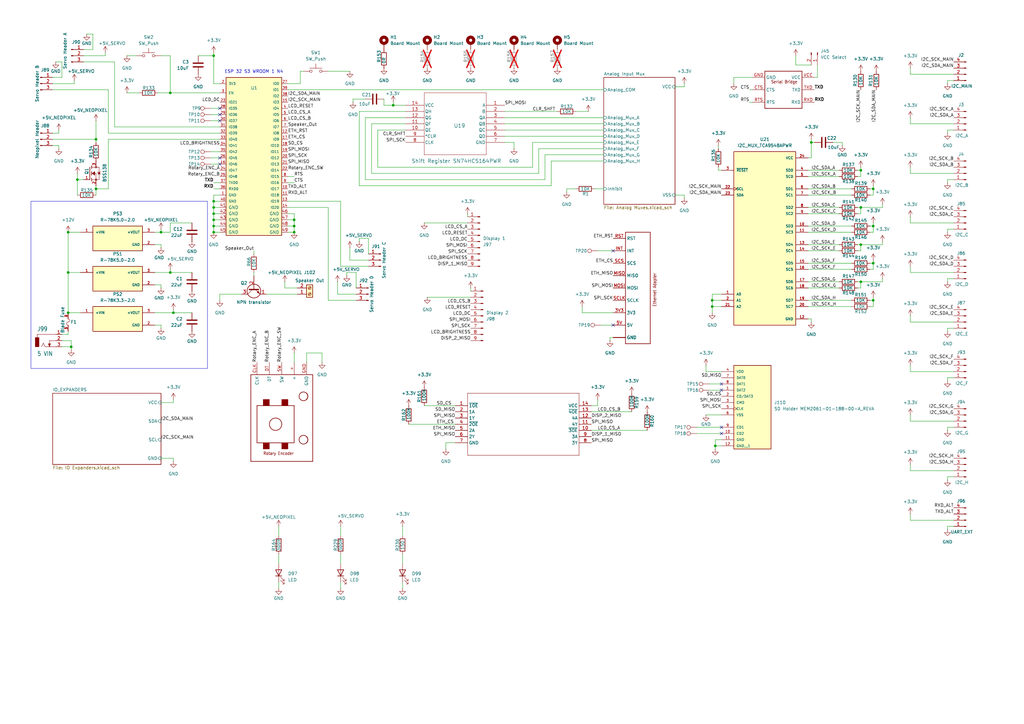
<source format=kicad_sch>
(kicad_sch (version 20250114) (generator "eeschema") (generator_version "9.0")
  (paper "A3")
  (title_block (title "Main Universal Panel Board") (date "2025-08-06") (rev "X0") (company "CMSC") (comment 1 "NF 2025"))
  (rectangle (start 12.7 82.55) (end 85.09 151.13))
  (text "ESP 32 S3 WROOM 1 N4" (at 104.14 29.464 0) (effects (font (size 1.27 1.27))))
  (junction (at 332.74 58.42))
  (junction (at 87.63 95.25))
  (junction (at 353.06 100.33))
  (junction (at 27.94 128.27))
  (junction (at 66.04 95.25))
  (junction (at 292.1 125.73))
  (junction (at 353.06 69.85))
  (junction (at 71.12 128.27))
  (junction (at 358.14 92.71))
  (junction (at 353.06 85.09))
  (junction (at 292.1 123.19))
  (junction (at 39.37 77.47))
  (junction (at 87.63 90.17))
  (junction (at 358.14 107.95))
  (junction (at 120.65 95.25))
  (junction (at 27.94 111.76))
  (junction (at 87.63 22.86))
  (junction (at 87.63 87.63))
  (junction (at 120.65 90.17))
  (junction (at 358.14 77.47))
  (junction (at 39.37 57.15))
  (junction (at 29.21 142.24))
  (junction (at 120.65 92.71))
  (junction (at 69.85 38.1))
  (junction (at 87.63 85.09))
  (junction (at 358.14 123.19))
  (junction (at 27.94 95.25))
  (junction (at 69.85 111.76))
  (junction (at 87.63 82.55))
  (junction (at 161.29 43.18))
  (junction (at 87.63 92.71))
  (junction (at 293.37 182.88))
  (junction (at 31.75 73.66))
  (junction (at 353.06 115.57))
  (no_connect (at 295.91 160.02))
  (no_connect (at 90.17 64.77))
  (no_connect (at 295.91 157.48))
  (no_connect (at 251.46 102.87))
  (no_connect (at 295.91 175.26))
  (no_connect (at 251.46 133.35))
  (no_connect (at 295.91 177.8))
  (no_connect (at 90.17 67.31))
  (no_connect (at 90.17 46.99))
  (no_connect (at 90.17 49.53))
  (no_connect (at 90.17 44.45))
  (wire (pts (xy 351.79 115.57) (xy 353.06 115.57)))
  (wire (pts (xy 332.74 130.81) (xy 331.47 130.81)))
  (wire (pts (xy 218.44 68.58) (xy 218.44 58.42)))
  (wire (pts (xy 143.51 106.68) (xy 151.13 106.68)))
  (wire (pts (xy 250.19 138.43) (xy 251.46 138.43)))
  (wire (pts (xy 335.28 26.67) (xy 335.28 31.75)))
  (wire (pts (xy 90.17 120.65) (xy 99.06 120.65)))
  (wire (pts (xy 373.38 129.54) (xy 373.38 132.08)))
  (wire (pts (xy 191.77 87.63) (xy 191.77 88.9)))
  (wire (pts (xy 245.11 102.87) (xy 251.46 102.87)))
  (wire (pts (xy 332.74 58.42) (xy 334.01 58.42)))
  (wire (pts (xy 21.59 36.83) (xy 44.45 36.83)))
  (wire (pts (xy 353.06 72.39) (xy 351.79 72.39)))
  (wire (pts (xy 358.14 123.19) (xy 358.14 125.73)))
  (wire (pts (xy 35.56 13.97) (xy 38.1 13.97)))
  (wire (pts (xy 358.14 107.95) (xy 358.14 110.49)))
  (wire (pts (xy 223.52 63.5) (xy 247.65 63.5)))
  (wire (pts (xy 87.63 82.55) (xy 87.63 85.09)))
  (wire (pts (xy 161.29 41.91) (xy 161.29 43.18)))
  (wire (pts (xy 116.84 115.57) (xy 116.84 118.11)))
  (wire (pts (xy 165.1 227.33) (xy 165.1 231.14)))
  (wire (pts (xy 353.06 69.85) (xy 353.06 72.39)))
  (wire (pts (xy 388.62 93.98) (xy 391.16 93.98)))
  (wire (pts (xy 391.16 91.44) (xy 373.38 91.44)))
  (wire (pts (xy 207.01 50.8) (xy 247.65 50.8)))
  (wire (pts (xy 134.62 123.19) (xy 146.05 123.19)))
  (wire (pts (xy 353.06 115.57) (xy 353.06 118.11)))
  (wire (pts (xy 373.38 210.82) (xy 373.38 213.36)))
  (wire (pts (xy 86.36 64.77) (xy 90.17 64.77)))
  (wire (pts (xy 388.62 195.58) (xy 391.16 195.58)))
  (wire (pts (xy 34.29 73.66) (xy 31.75 73.66)))
  (wire (pts (xy 149.86 73.66) (xy 223.52 73.66)))
  (wire (pts (xy 391.16 193.04) (xy 373.38 193.04)))
  (wire (pts (xy 356.87 77.47) (xy 358.14 77.47)))
  (wire (pts (xy 295.91 152.4) (xy 289.56 152.4)))
  (wire (pts (xy 27.94 135.89) (xy 27.94 137.16)))
  (wire (pts (xy 294.64 59.69) (xy 294.64 60.96)))
  (wire (pts (xy 63.5 128.27) (xy 71.12 128.27)))
  (wire (pts (xy 120.65 74.93) (xy 118.11 74.93)))
  (wire (pts (xy 81.28 22.86) (xy 87.63 22.86)))
  (wire (pts (xy 388.62 135.89) (xy 388.62 134.62)))
  (wire (pts (xy 27.94 111.76) (xy 27.94 128.27)))
  (wire (pts (xy 66.04 100.33) (xy 66.04 101.6)))
  (wire (pts (xy 245.11 163.83) (xy 245.11 166.37)))
  (wire (pts (xy 44.45 54.61) (xy 44.45 36.83)))
  (wire (pts (xy 44.45 57.15) (xy 90.17 57.15)))
  (wire (pts (xy 139.7 109.22) (xy 139.7 82.55)))
  (wire (pts (xy 120.65 87.63) (xy 120.65 90.17)))
  (wire (pts (xy 331.47 95.25) (xy 349.25 95.25)))
  (wire (pts (xy 63.5 116.84) (xy 66.04 116.84)))
  (wire (pts (xy 388.62 154.94) (xy 391.16 154.94)))
  (wire (pts (xy 124.46 29.21) (xy 123.19 29.21)))
  (wire (pts (xy 69.85 95.25) (xy 66.04 95.25)))
  (wire (pts (xy 87.63 80.01) (xy 87.63 82.55)))
  (wire (pts (xy 29.21 142.24) (xy 29.21 143.51)))
  (wire (pts (xy 138.43 115.57) (xy 138.43 120.65)))
  (wire (pts (xy 388.62 175.26) (xy 391.16 175.26)))
  (wire (pts (xy 175.26 121.92) (xy 193.04 121.92)))
  (wire (pts (xy 388.62 215.9) (xy 391.16 215.9)))
  (wire (pts (xy 120.65 90.17) (xy 120.65 92.71)))
  (wire (pts (xy 86.36 49.53) (xy 90.17 49.53)))
  (wire (pts (xy 154.94 53.34) (xy 154.94 68.58)))
  (wire (pts (xy 138.43 120.65) (xy 146.05 120.65)))
  (wire (pts (xy 238.76 128.27) (xy 251.46 128.27)))
  (wire (pts (xy 69.85 22.86) (xy 66.04 22.86)))
  (wire (pts (xy 66.04 165.1) (xy 71.12 165.1)))
  (wire (pts (xy 63.5 100.33) (xy 66.04 100.33)))
  (wire (pts (xy 121.92 120.65) (xy 109.22 120.65)))
  (wire (pts (xy 388.62 54.61) (xy 388.62 53.34)))
  (wire (pts (xy 39.37 77.47) (xy 44.45 77.47)))
  (wire (pts (xy 147.32 99.06) (xy 147.32 97.79)))
  (wire (pts (xy 147.32 97.79) (xy 151.13 97.79)))
  (wire (pts (xy 232.41 78.74) (xy 232.41 77.47)))
  (wire (pts (xy 104.14 102.87) (xy 104.14 104.14)))
  (wire (pts (xy 332.74 57.15) (xy 332.74 58.42)))
  (wire (pts (xy 285.75 175.26) (xy 295.91 175.26)))
  (wire (pts (xy 300.99 31.75) (xy 308.61 31.75)))
  (wire (pts (xy 33.02 111.76) (xy 27.94 111.76)))
  (wire (pts (xy 285.75 177.8) (xy 295.91 177.8)))
  (wire (pts (xy 331.47 72.39) (xy 344.17 72.39)))
  (wire (pts (xy 226.06 66.04) (xy 226.06 76.2)))
  (wire (pts (xy 351.79 100.33) (xy 353.06 100.33)))
  (wire (pts (xy 361.95 83.82) (xy 361.95 85.09)))
  (wire (pts (xy 27.94 137.16) (xy 25.4 137.16)))
  (wire (pts (xy 66.04 133.35) (xy 66.04 134.62)))
  (wire (pts (xy 87.63 95.25) (xy 90.17 95.25)))
  (wire (pts (xy 142.24 111.76) (xy 146.05 111.76)))
  (wire (pts (xy 39.37 57.15) (xy 39.37 58.42)))
  (wire (pts (xy 144.78 40.64) (xy 144.78 41.91)))
  (wire (pts (xy 373.38 170.18) (xy 373.38 172.72)))
  (wire (pts (xy 146.05 111.76) (xy 146.05 118.11)))
  (wire (pts (xy 373.38 109.22) (xy 373.38 111.76)))
  (wire (pts (xy 361.95 85.09) (xy 353.06 85.09)))
  (wire (pts (xy 114.3 227.33) (xy 114.3 231.14)))
  (wire (pts (xy 120.65 95.25) (xy 118.11 95.25)))
  (wire (pts (xy 71.12 128.27) (xy 78.74 128.27)))
  (wire (pts (xy 331.47 107.95) (xy 349.25 107.95)))
  (wire (pts (xy 149.86 40.64) (xy 144.78 40.64)))
  (wire (pts (xy 218.44 58.42) (xy 247.65 58.42)))
  (wire (pts (xy 391.16 111.76) (xy 373.38 111.76)))
  (wire (pts (xy 353.06 87.63) (xy 351.79 87.63)))
  (wire (pts (xy 332.74 58.42) (xy 332.74 64.77)))
  (wire (pts (xy 243.84 77.47) (xy 247.65 77.47)))
  (wire (pts (xy 120.65 72.39) (xy 118.11 72.39)))
  (wire (pts (xy 139.7 238.76) (xy 139.7 241.3)))
  (wire (pts (xy 391.16 213.36) (xy 373.38 213.36)))
  (wire (pts (xy 358.14 80.01) (xy 356.87 80.01)))
  (wire (pts (xy 27.94 128.27) (xy 33.02 128.27)))
  (wire (pts (xy 223.52 73.66) (xy 223.52 63.5)))
  (wire (pts (xy 358.14 125.73) (xy 356.87 125.73)))
  (wire (pts (xy 39.37 76.2) (xy 39.37 77.47)))
  (wire (pts (xy 52.07 38.1) (xy 57.15 38.1)))
  (wire (pts (xy 116.84 118.11) (xy 121.92 118.11)))
  (wire (pts (xy 87.63 92.71) (xy 90.17 92.71)))
  (wire (pts (xy 358.14 110.49) (xy 356.87 110.49)))
  (wire (pts (xy 388.62 74.93) (xy 388.62 73.66)))
  (wire (pts (xy 165.1 215.9) (xy 165.1 219.71)))
  (wire (pts (xy 22.86 25.4) (xy 25.4 25.4)))
  (wire (pts (xy 43.18 22.86) (xy 34.29 22.86)))
  (wire (pts (xy 63.5 111.76) (xy 69.85 111.76)))
  (wire (pts (xy 289.56 170.18) (xy 295.91 170.18)))
  (wire (pts (xy 226.06 76.2) (xy 147.32 76.2)))
  (wire (pts (xy 232.41 77.47) (xy 236.22 77.47)))
  (wire (pts (xy 30.48 33.02) (xy 30.48 34.29)))
  (wire (pts (xy 29.21 139.7) (xy 29.21 142.24)))
  (wire (pts (xy 295.91 180.34) (xy 293.37 180.34)))
  (wire (pts (xy 238.76 125.73) (xy 238.76 128.27)))
  (wire (pts (xy 193.04 118.11) (xy 193.04 119.38)))
  (wire (pts (xy 118.11 82.55) (xy 139.7 82.55)))
  (wire (pts (xy 358.14 76.2) (xy 358.14 77.47)))
  (wire (pts (xy 69.85 111.76) (xy 69.85 110.49)))
  (wire (pts (xy 391.16 152.4) (xy 373.38 152.4)))
  (wire (pts (xy 69.85 38.1) (xy 90.17 38.1)))
  (wire (pts (xy 147.32 76.2) (xy 147.32 45.72)))
  (wire (pts (xy 87.63 85.09) (xy 90.17 85.09)))
  (wire (pts (xy 87.63 34.29) (xy 90.17 34.29)))
  (wire (pts (xy 167.64 173.99) (xy 186.69 173.99)))
  (wire (pts (xy 358.14 77.47) (xy 358.14 80.01)))
  (wire (pts (xy 43.18 21.59) (xy 43.18 22.86)))
  (wire (pts (xy 292.1 125.73) (xy 292.1 123.19)))
  (wire (pts (xy 280.67 80.01) (xy 280.67 81.28)))
  (wire (pts (xy 31.75 73.66) (xy 31.75 80.01)))
  (wire (pts (xy 331.47 123.19) (xy 349.25 123.19)))
  (wire (pts (xy 38.1 13.97) (xy 38.1 20.32)))
  (wire (pts (xy 391.16 172.72) (xy 373.38 172.72)))
  (wire (pts (xy 358.14 91.44) (xy 358.14 92.71)))
  (wire (pts (xy 52.07 22.86) (xy 55.88 22.86)))
  (wire (pts (xy 331.47 80.01) (xy 349.25 80.01)))
  (wire (pts (xy 332.74 132.08) (xy 332.74 130.81)))
  (wire (pts (xy 142.24 113.03) (xy 142.24 111.76)))
  (wire (pts (xy 64.77 38.1) (xy 69.85 38.1)))
  (wire (pts (xy 242.57 168.91) (xy 259.08 168.91)))
  (wire (pts (xy 280.67 34.29) (xy 280.67 35.56)))
  (wire (pts (xy 391.16 132.08) (xy 373.38 132.08)))
  (wire (pts (xy 289.56 152.4) (xy 289.56 149.86)))
  (wire (pts (xy 246.38 133.35) (xy 251.46 133.35)))
  (wire (pts (xy 46.99 25.4) (xy 46.99 52.07)))
  (wire (pts (xy 87.63 74.93) (xy 90.17 74.93)))
  (wire (pts (xy 331.47 110.49) (xy 349.25 110.49)))
  (wire (pts (xy 331.47 85.09) (xy 344.17 85.09)))
  (wire (pts (xy 358.14 121.92) (xy 358.14 123.19)))
  (wire (pts (xy 361.95 100.33) (xy 353.06 100.33)))
  (wire (pts (xy 210.82 60.96) (xy 210.82 58.42)))
  (wire (pts (xy 123.19 34.29) (xy 118.11 34.29)))
  (wire (pts (xy 120.65 90.17) (xy 118.11 90.17)))
  (wire (pts (xy 71.12 165.1) (xy 71.12 163.83)))
  (wire (pts (xy 87.63 90.17) (xy 90.17 90.17)))
  (wire (pts (xy 66.04 95.25) (xy 66.04 93.98)))
  (wire (pts (xy 388.62 34.29) (xy 388.62 33.02)))
  (wire (pts (xy 63.5 133.35) (xy 66.04 133.35)))
  (wire (pts (xy 173.99 91.44) (xy 191.77 91.44)))
  (wire (pts (xy 120.65 92.71) (xy 118.11 92.71)))
  (wire (pts (xy 361.95 99.06) (xy 361.95 100.33)))
  (wire (pts (xy 388.62 176.53) (xy 388.62 175.26)))
  (wire (pts (xy 356.87 123.19) (xy 358.14 123.19)))
  (wire (pts (xy 66.04 116.84) (xy 66.04 118.11)))
  (wire (pts (xy 165.1 238.76) (xy 165.1 241.3)))
  (wire (pts (xy 139.7 109.22) (xy 151.13 109.22)))
  (wire (pts (xy 25.4 139.7) (xy 29.21 139.7)))
  (wire (pts (xy 307.34 41.91) (xy 308.61 41.91)))
  (wire (pts (xy 358.14 106.68) (xy 358.14 107.95)))
  (wire (pts (xy 39.37 49.53) (xy 39.37 57.15)))
  (wire (pts (xy 294.64 69.85) (xy 294.64 68.58)))
  (wire (pts (xy 250.19 139.7) (xy 250.19 138.43)))
  (wire (pts (xy 24.13 53.34) (xy 24.13 54.61)))
  (wire (pts (xy 373.38 149.86) (xy 373.38 152.4)))
  (wire (pts (xy 25.4 142.24) (xy 29.21 142.24)))
  (wire (pts (xy 351.79 69.85) (xy 353.06 69.85)))
  (wire (pts (xy 118.11 36.83) (xy 247.65 36.83)))
  (wire (pts (xy 161.29 43.18) (xy 166.37 43.18)))
  (wire (pts (xy 173.99 166.37) (xy 186.69 166.37)))
  (wire (pts (xy 341.63 58.42) (xy 345.44 58.42)))
  (wire (pts (xy 87.63 22.86) (xy 87.63 34.29)))
  (wire (pts (xy 69.85 91.44) (xy 78.74 91.44)))
  (wire (pts (xy 157.48 40.64) (xy 157.48 43.18)))
  (wire (pts (xy 104.14 111.76) (xy 104.14 113.03)))
  (wire (pts (xy 247.65 66.04) (xy 226.06 66.04)))
  (wire (pts (xy 351.79 85.09) (xy 353.06 85.09)))
  (wire (pts (xy 87.63 77.47) (xy 90.17 77.47)))
  (wire (pts (xy 151.13 97.79) (xy 151.13 104.14)))
  (wire (pts (xy 134.62 85.09) (xy 134.62 123.19)))
  (wire (pts (xy 220.98 71.12) (xy 152.4 71.12)))
  (wire (pts (xy 293.37 180.34) (xy 293.37 182.88)))
  (wire (pts (xy 182.88 184.15) (xy 182.88 181.61)))
  (wire (pts (xy 87.63 80.01) (xy 90.17 80.01)))
  (wire (pts (xy 120.65 92.71) (xy 120.65 95.25)))
  (wire (pts (xy 30.48 34.29) (xy 21.59 34.29)))
  (wire (pts (xy 358.14 92.71) (xy 358.14 95.25)))
  (wire (pts (xy 90.17 123.19) (xy 90.17 120.65)))
  (wire (pts (xy 147.32 45.72) (xy 166.37 45.72)))
  (wire (pts (xy 290.83 157.48) (xy 295.91 157.48)))
  (wire (pts (xy 373.38 190.5) (xy 373.38 193.04)))
  (wire (pts (xy 166.37 53.34) (xy 154.94 53.34)))
  (wire (pts (xy 143.51 101.6) (xy 143.51 106.68)))
  (wire (pts (xy 361.95 115.57) (xy 353.06 115.57)))
  (wire (pts (xy 132.08 144.78) (xy 132.08 148.59)))
  (wire (pts (xy 290.83 160.02) (xy 295.91 160.02)))
  (wire (pts (xy 207.01 55.88) (xy 247.65 55.88)))
  (wire (pts (xy 388.62 156.21) (xy 388.62 154.94)))
  (wire (pts (xy 331.47 118.11) (xy 344.17 118.11)))
  (wire (pts (xy 139.7 215.9) (xy 139.7 219.71)))
  (wire (pts (xy 388.62 33.02) (xy 391.16 33.02)))
  (wire (pts (xy 335.28 31.75) (xy 334.01 31.75)))
  (wire (pts (xy 87.63 92.71) (xy 87.63 95.25)))
  (wire (pts (xy 90.17 54.61) (xy 44.45 54.61)))
  (wire (pts (xy 388.62 95.25) (xy 388.62 93.98)))
  (wire (pts (xy 114.3 238.76) (xy 114.3 241.3)))
  (wire (pts (xy 87.63 82.55) (xy 90.17 82.55)))
  (wire (pts (xy 69.85 22.86) (xy 69.85 38.1)))
  (wire (pts (xy 331.47 69.85) (xy 344.17 69.85)))
  (wire (pts (xy 307.34 36.83) (xy 308.61 36.83)))
  (wire (pts (xy 292.1 123.19) (xy 295.91 123.19)))
  (wire (pts (xy 331.47 125.73) (xy 349.25 125.73)))
  (wire (pts (xy 391.16 50.8) (xy 373.38 50.8)))
  (wire (pts (xy 373.38 68.58) (xy 373.38 71.12)))
  (wire (pts (xy 149.86 48.26) (xy 149.86 73.66)))
  (wire (pts (xy 345.44 58.42) (xy 345.44 59.69)))
  (wire (pts (xy 356.87 107.95) (xy 358.14 107.95)))
  (wire (pts (xy 292.1 125.73) (xy 295.91 125.73)))
  (wire (pts (xy 391.16 71.12) (xy 373.38 71.12)))
  (wire (pts (xy 63.5 95.25) (xy 66.04 95.25)))
  (wire (pts (xy 331.47 87.63) (xy 344.17 87.63)))
  (wire (pts (xy 388.62 73.66) (xy 391.16 73.66)))
  (wire (pts (xy 71.12 187.96) (xy 71.12 189.23)))
  (wire (pts (xy 373.38 27.94) (xy 373.38 30.48)))
  (wire (pts (xy 353.06 68.58) (xy 353.06 69.85)))
  (wire (pts (xy 276.86 80.01) (xy 280.67 80.01)))
  (wire (pts (xy 358.14 95.25) (xy 356.87 95.25)))
  (wire (pts (xy 247.65 60.96) (xy 220.98 60.96)))
  (wire (pts (xy 21.59 57.15) (xy 39.37 57.15)))
  (wire (pts (xy 292.1 128.27) (xy 292.1 125.73)))
  (wire (pts (xy 86.36 67.31) (xy 90.17 67.31)))
  (wire (pts (xy 373.38 48.26) (xy 373.38 50.8)))
  (wire (pts (xy 87.63 85.09) (xy 87.63 87.63)))
  (wire (pts (xy 120.65 87.63) (xy 118.11 87.63)))
  (wire (pts (xy 331.47 77.47) (xy 349.25 77.47)))
  (wire (pts (xy 388.62 53.34) (xy 391.16 53.34)))
  (wire (pts (xy 69.85 111.76) (xy 78.74 111.76)))
  (wire (pts (xy 71.12 128.27) (xy 71.12 127)))
  (wire (pts (xy 388.62 114.3) (xy 391.16 114.3)))
  (wire (pts (xy 166.37 48.26) (xy 149.86 48.26)))
  (wire (pts (xy 25.4 25.4) (xy 25.4 31.75)))
  (wire (pts (xy 228.6 45.72) (xy 207.01 45.72)))
  (wire (pts (xy 391.16 30.48) (xy 373.38 30.48)))
  (wire (pts (xy 24.13 60.96) (xy 24.13 59.69)))
  (wire (pts (xy 245.11 166.37) (xy 242.57 166.37)))
  (wire (pts (xy 143.51 29.21) (xy 134.62 29.21)))
  (wire (pts (xy 125.73 148.59) (xy 125.73 144.78)))
  (wire (pts (xy 388.62 115.57) (xy 388.62 114.3)))
  (wire (pts (xy 24.13 59.69) (xy 21.59 59.69)))
  (wire (pts (xy 331.47 64.77) (xy 332.74 64.77)))
  (wire (pts (xy 353.06 100.33) (xy 353.06 102.87)))
  (wire (pts (xy 118.11 85.09) (xy 134.62 85.09)))
  (wire (pts (xy 353.06 85.09) (xy 353.06 87.63)))
  (wire (pts (xy 39.37 77.47) (xy 39.37 80.01)))
  (wire (pts (xy 292.1 120.65) (xy 295.91 120.65)))
  (wire (pts (xy 87.63 90.17) (xy 87.63 92.71)))
  (wire (pts (xy 353.06 102.87) (xy 351.79 102.87)))
  (wire (pts (xy 69.85 91.44) (xy 69.85 95.25)))
  (wire (pts (xy 353.06 118.11) (xy 351.79 118.11)))
  (wire (pts (xy 114.3 215.9) (xy 114.3 219.71)))
  (wire (pts (xy 331.47 102.87) (xy 344.17 102.87)))
  (wire (pts (xy 125.73 144.78) (xy 132.08 144.78)))
  (wire (pts (xy 87.63 21.59) (xy 87.63 22.86)))
  (wire (pts (xy 86.36 62.23) (xy 90.17 62.23)))
  (wire (pts (xy 120.65 144.78) (xy 120.65 148.59)))
  (wire (pts (xy 293.37 182.88) (xy 293.37 184.15)))
  (wire (pts (xy 210.82 58.42) (xy 207.01 58.42)))
  (wire (pts (xy 33.02 95.25) (xy 27.94 95.25)))
  (wire (pts (xy 332.74 26.67) (xy 326.39 26.67)))
  (wire (pts (xy 331.47 115.57) (xy 344.17 115.57)))
  (wire (pts (xy 25.4 31.75) (xy 21.59 31.75)))
  (wire (pts (xy 152.4 50.8) (xy 166.37 50.8)))
  (wire (pts (xy 294.64 69.85) (xy 295.91 69.85)))
  (wire (pts (xy 207.01 48.26) (xy 247.65 48.26)))
  (wire (pts (xy 182.88 181.61) (xy 186.69 181.61)))
  (wire (pts (xy 388.62 196.85) (xy 388.62 195.58)))
  (wire (pts (xy 123.19 29.21) (xy 123.19 34.29)))
  (wire (pts (xy 241.3 45.72) (xy 236.22 45.72)))
  (wire (pts (xy 21.59 54.61) (xy 24.13 54.61)))
  (wire (pts (xy 326.39 22.86) (xy 326.39 26.67)))
  (wire (pts (xy 388.62 217.17) (xy 388.62 215.9)))
  (wire (pts (xy 139.7 227.33) (xy 139.7 231.14)))
  (wire (pts (xy 27.94 95.25) (xy 27.94 111.76)))
  (wire (pts (xy 293.37 182.88) (xy 295.91 182.88)))
  (wire (pts (xy 331.47 100.33) (xy 344.17 100.33)))
  (wire (pts (xy 154.94 68.58) (xy 218.44 68.58)))
  (wire (pts (xy 361.95 114.3) (xy 361.95 115.57)))
  (wire (pts (xy 66.04 187.96) (xy 71.12 187.96)))
  (wire (pts (xy 31.75 71.12) (xy 31.75 73.66)))
  (wire (pts (xy 87.63 87.63) (xy 90.17 87.63)))
  (wire (pts (xy 220.98 60.96) (xy 220.98 71.12)))
  (wire (pts (xy 44.45 77.47) (xy 44.45 57.15)))
  (wire (pts (xy 276.86 35.56) (xy 280.67 35.56)))
  (wire (pts (xy 157.48 43.18) (xy 161.29 43.18)))
  (wire (pts (xy 388.62 134.62) (xy 391.16 134.62)))
  (wire (pts (xy 242.57 176.53) (xy 265.43 176.53)))
  (wire (pts (xy 292.1 123.19) (xy 292.1 120.65)))
  (wire (pts (xy 34.29 25.4) (xy 46.99 25.4)))
  (wire (pts (xy 152.4 71.12) (xy 152.4 50.8)))
  (wire (pts (xy 86.36 46.99) (xy 90.17 46.99)))
  (wire (pts (xy 331.47 92.71) (xy 349.25 92.71)))
  (wire (pts (xy 300.99 34.29) (xy 300.99 31.75)))
  (wire (pts (xy 373.38 88.9) (xy 373.38 91.44)))
  (wire (pts (xy 38.1 20.32) (xy 34.29 20.32)))
  (wire (pts (xy 87.63 87.63) (xy 87.63 90.17)))
  (wire (pts (xy 356.87 92.71) (xy 358.14 92.71)))
  (wire (pts (xy 86.36 44.45) (xy 90.17 44.45)))
  (wire (pts (xy 207.01 53.34) (xy 247.65 53.34)))
  (wire (pts (xy 46.99 52.07) (xy 90.17 52.07)))
  (label "LCD_RESET" (at 118.11 44.45 0))
  (label "SPI_MOSI" (at 191.77 101.6 180))
  (label "I2C_SCK_C" (at 391.16 86.36 180))
  (label "RXD_ALT" (at 118.11 80.01 0))
  (label "TXD" (at 87.63 74.93 180) (effects (font (thickness 0.254) (bold yes))))
  (label "I2C_SDA_B" (at 391.16 68.58 180))
  (label "SPI_SCK" (at 166.37 58.42 180))
  (label "ETH_CS" (at 118.11 57.15 0))
  (label "I2C_SCK_MAIN" (at 118.11 41.91 0))
  (label "LCD_CS_B" (at 245.11 168.91 0))
  (label "I2C_SCK_MAIN" (at 353.06 36.83 270))
  (label "I2C_SDA_C" (at 391.16 88.9 180))
  (label "LCD_CS_A" (at 118.11 46.99 0))
  (label "I2C_SCK_G" (at 391.16 167.64 180))
  (label "I2C_SCK_E" (at 391.16 127 180))
  (label "SPI_SCK" (at 251.46 123.19 180))
  (label "DISP_2_MISO" (at 242.57 171.45 0))
  (label "ETH_MISO" (at 186.69 176.53 180))
  (label "SPI_MOSI" (at 251.46 118.11 180))
  (label "I2C_SCK_D" (at 391.16 106.68 180))
  (label "SPI_SCK" (at 191.77 104.14 180))
  (label "LCD_BRIGHTNESS" (at 193.04 137.16 180))
  (label "ETH_RST" (at 251.46 97.79 180))
  (label "RXD" (at 87.63 77.47 180) (effects (font (thickness 0.254) (bold yes))))
  (label "SPI_MISO" (at 186.69 179.07 180))
  (label "I2C_SDA_E" (at 332.74 100.33 0))
  (label "LCD_CS_B" (at 193.04 124.46 180))
  (label "I2C_SDA_A" (at 332.74 69.85 0))
  (label "SPI_MOSI" (at 118.11 62.23 0))
  (label "RXD_ALT" (at 391.16 208.28 180))
  (label "I2C_SDA_MAIN" (at 391.16 27.94 180))
  (label "Rotary_ENC_B" (at 90.17 72.39 180))
  (label "SD_MISO" (at 295.91 154.94 180))
  (label "I2C_SCK_MAIN" (at 66.04 180.34 0))
  (label "I2C_SCK_G" (at 332.74 118.11 0))
  (label "Rotary_ENC_B" (at 110.49 148.59 90))
  (label "I2C_SCK_A" (at 391.16 45.72 180))
  (label "I2C_SDA_D" (at 391.16 109.22 180))
  (label "Rotary_ENC_A" (at 105.41 148.59 90))
  (label "Speaker_Out" (at 118.11 52.07 0))
  (label "CTS" (at 120.65 74.93 0))
  (label "CTS" (at 307.34 36.83 180))
  (label "ETH_MISO" (at 251.46 113.03 180))
  (label "DISP_1_MISO" (at 242.57 179.07 0))
  (label "ETH_CS" (at 179.07 173.99 0))
  (label "I2C_SCK_MAIN" (at 391.16 25.4 180))
  (label "Rotary_ENC_A" (at 90.17 69.85 180))
  (label "TXD" (at 334.01 36.83 0) (effects (font (thickness 0.254) (bold yes))))
  (label "TXD_ALT" (at 391.16 210.82 180))
  (label "SPI_SCK" (at 193.04 134.62 180))
  (label "Rotary_ENC_SW" (at 115.57 148.59 90))
  (label "I2C_SCK_H" (at 332.74 125.73 0))
  (label "I2C_SDA_MAIN" (at 359.41 36.83 270))
  (label "LCD_DC" (at 90.17 41.91 180))
  (label "LCD_RESET" (at 191.77 96.52 180))
  (label "LCD_CS_A" (at 245.11 176.53 0))
  (label "SD_MISO" (at 186.69 168.91 180))
  (label "RTS" (at 120.65 72.39 0))
  (label "SD_CS" (at 295.91 162.56 180))
  (label "RXD" (at 334.01 41.91 0) (effects (font (thickness 0.254) (bold yes))))
  (label "RTS" (at 307.34 41.91 180))
  (label "LCD_BRIGHTNESS" (at 90.17 59.69 180))
  (label "Rotary_ENC_SW" (at 118.11 69.85 0))
  (label "I2C_SDA_MAIN" (at 118.11 39.37 0))
  (label "I2C_SDA_F" (at 332.74 107.95 0))
  (label "I2C_SDA_MAIN" (at 295.91 80.01 180))
  (label "SPI_SCK" (at 295.91 167.64 180))
  (label "I2C_SCK_H" (at 391.16 187.96 180))
  (label "I2C_SDA_F" (at 391.16 149.86 180))
  (label "LCD_DC" (at 193.04 129.54 180))
  (label "SPI_MISO" (at 118.11 67.31 0))
  (label "I2C_SCK_B" (at 332.74 80.01 0))
  (label "I2C_SDA_C" (at 332.74 85.09 0))
  (label "I2C_SCK_B" (at 391.16 66.04 180))
  (label "Speaker_Out" (at 104.14 102.87 180))
  (label "SPI_MISO" (at 242.57 173.99 0))
  (label "SPI_MOSI" (at 207.01 43.18 0))
  (label "I2C_SCK_D" (at 332.74 95.25 0))
  (label "LCD_BRIGHTNESS" (at 191.77 106.68 180))
  (label "SPI_MISO" (at 186.69 171.45 180))
  (label "ETH_CS" (at 251.46 107.95 180))
  (label "I2C_SDA_E" (at 391.16 129.54 180))
  (label "I2C_SCK_A" (at 332.74 72.39 0))
  (label "TXD_ALT" (at 118.11 77.47 0))
  (label "LCD_DC" (at 191.77 99.06 180))
  (label "DISP_2_MISO" (at 193.04 139.7 180))
  (label "I2C_SDA_MAIN" (at 66.04 172.72 0))
  (label "I2C_SDA_B" (at 332.74 77.47 0))
  (label "CLR_SHFT" (at 166.37 55.88 180))
  (label "SPI_SCK" (at 118.11 64.77 0))
  (label "SD_CS" (at 179.07 166.37 0))
  (label "I2C_SDA_G" (at 332.74 115.57 0))
  (label "I2C_SDA_A" (at 391.16 48.26 180))
  (label "I2C_SCK_MAIN" (at 295.91 77.47 180))
  (label "I2C_SDA_D" (at 332.74 92.71 0))
  (label "I2C_SCK_C" (at 332.74 87.63 0))
  (label "I2C_SDA_H" (at 391.16 190.5 180))
  (label "SPI_MISO" (at 242.57 181.61 0))
  (label "DISP_1_MISO" (at 191.77 109.22 180))
  (label "SD_CS" (at 118.11 59.69 0))
  (label "LCD_RESET" (at 193.04 127 180))
  (label "I2C_SDA_G" (at 391.16 170.18 180))
  (label "I2C_SCK_F" (at 332.74 110.49 0))
  (label "LCD_CS_A" (at 191.77 93.98 180))
  (label "CLR_SHFT" (at 218.44 45.72 0))
  (label "LCD_CS_B" (at 118.11 49.53 0))
  (label "SPI_MOSI" (at 193.04 132.08 180))
  (label "I2C_SDA_H" (at 332.74 123.19 0))
  (label "I2C_SCK_E" (at 332.74 102.87 0))
  (label "ETH_RST" (at 118.11 54.61 0))
  (label "I2C_SCK_F" (at 391.16 147.32 180))
  (label "SPI_MOSI" (at 295.91 165.1 180))
  (symbol (lib_id "Device:C") (at 81.28 26.67 0) (mirror y) (unit 1)
    (property "Reference" "C3" (at 77.47 25.3999 0) (effects (justify left)))
    (property "Value" "10uF" (at 77.47 27.9399 0) (effects (justify left)))
    (property "Footprint" "Capacitor_SMD:C_0603_1608Metric_Pad1.08x0.95mm_HandSolder" (effects (hide yes)))
    (property "Description" "Unpolarized capacitor" (effects (hide yes)))
  )
  (symbol (lib_id "Device:LED") (at 114.3 234.95 90) (unit 1)
    (property "Reference" "D97" (at 118.11 235.2674 90) (effects (justify right)))
    (property "Value" "LED" (at 118.11 237.8074 90) (effects (justify right)))
    (property "Footprint" "LED_THT:LED_D5.0mm" (effects (hide yes)))
    (property "Description" "Light emitting diode" (effects (hide yes)))
    (property "Sim.Pins" "1=K 2=A" (effects (hide yes)))
  )
  (symbol (lib_id "Mechanical:MountingHole_Pad") (at 175.26 17.78 0) (unit 1) (in_bom no)
    (property "Reference" "H2" (at 177.8 15.2399 0) (effects (justify left)))
    (property "Value" "Board Mount" (at 177.8 17.7799 0) (effects (justify left)))
    (property "Footprint" "MountingHole:MountingHole_4.3mm_M4_Pad" (effects (hide yes)))
    (property "Description" "Mounting Hole with connection" (effects (hide yes)))
  )
  (symbol (lib_id "power:+3.3V") (at 167.64 166.37 0) (unit 1)
    (property "Reference" "#PWR0104" (effects (hide yes)))
    (property "Value" "+3.3V" (at 167.64 161.29 0))
    (property "Description" "Power symbol creates a global label with name \"+3.3V\"" (effects (hide yes)))
  )
  (symbol (lib_id "power:GND") (at 144.78 41.91 0) (unit 1)
    (property "Reference" "#PWR065" (effects (hide yes)))
    (property "Value" "GND" (at 144.78 46.99 0))
    (property "Description" "Power symbol creates a global label with name \"GND\" , ground" (effects (hide yes)))
  )
  (symbol (lib_id "power:+3.3V") (at 120.65 144.78 0) (unit 1)
    (property "Reference" "#PWR0106" (effects (hide yes)))
    (property "Value" "+3.3V" (at 120.65 139.7 0))
    (property "Description" "Power symbol creates a global label with name \"+3.3V\"" (effects (hide yes)))
  )
  (symbol (lib_id "power:+12V") (at 27.94 95.25 0) (unit 1)
    (property "Reference" "#PWR041" (effects (hide yes)))
    (property "Value" "+12V" (at 27.94 90.17 0))
    (property "Description" "Power symbol creates a global label with name \"+12V\"" (effects (hide yes)))
  )
  (symbol (lib_id "power:GND") (at 193.04 27.94 0) (unit 1)
    (property "Reference" "#PWR088" (effects (hide yes)))
    (property "Value" "GND" (at 193.04 33.02 0))
    (property "Description" "Power symbol creates a global label with name \"GND\" , ground" (effects (hide yes)))
  )
  (symbol (lib_id "power:+3.3V") (at 373.38 68.58 0) (unit 1)
    (property "Reference" "#PWR051" (effects (hide yes)))
    (property "Value" "+3.3V" (at 373.38 63.5 0))
    (property "Description" "Power symbol creates a global label with name \"+3.3V\"" (effects (hide yes)))
  )
  (symbol (lib_id "power:GND") (at 29.21 143.51 0) (mirror y) (unit 1)
    (property "Reference" "#PWR074" (effects (hide yes)))
    (property "Value" "GND" (at 29.21 148.59 0))
    (property "Description" "Power symbol creates a global label with name \"GND\" , ground" (effects (hide yes)))
  )
  (symbol (lib_id "Device:R") (at 353.06 95.25 270) (unit 1)
    (property "Reference" "R146" (at 350.52 97.282 90) (effects (justify left)))
    (property "Value" "10K" (at 351.028 95.25 90) (effects (justify left)))
    (property "Footprint" "Resistor_SMD:R_0603_1608Metric" (effects (hide yes)))
    (property "Description" "Resistor" (effects (hide yes)))
  )
  (symbol (lib_id "Connector:TestPoint") (at 245.11 102.87 90) (unit 1)
    (property "Reference" "TP20" (at 235.966 102.87 90) (effects (justify right)))
    (property "Value" "TestPoint" (effects (hide yes)))
    (property "Footprint" "Connector_Pin:Pin_D1.0mm_L10.0mm" (effects (hide yes)))
    (property "Description" "test point" (effects (hide yes)))
  )
  (symbol (lib_id "power:+3.3V") (at 373.38 190.5 0) (unit 1)
    (property "Reference" "#PWR063" (effects (hide yes)))
    (property "Value" "+3.3V" (at 373.38 185.42 0))
    (property "Description" "Power symbol creates a global label with name \"+3.3V\"" (effects (hide yes)))
  )
  (symbol (lib_id "power:+3.3V") (at 241.3 45.72 0) (unit 1)
    (property "Reference" "#PWR020" (effects (hide yes)))
    (property "Value" "+3.3V" (at 241.3 40.64 0))
    (property "Description" "Power symbol creates a global label with name \"+3.3V\"" (effects (hide yes)))
  )
  (symbol (lib_id "Connector:Screw_Terminal_01x02") (at 127 120.65 0) (mirror x) (unit 1)
    (property "Reference" "J102" (at 127 111.76 0))
    (property "Value" "Speaker Out" (at 127 115.062 0))
    (property "Footprint" "TerminalBlock_Phoenix:TerminalBlock_Phoenix_MKDS-3-2-5.08_1x02_P5.08mm_Horizontal" (effects (hide yes)))
    (property "Description" "Generic screw terminal, single row, 01x02, script generated (kicad-library-utils/schlib/autogen/connector/)" (effects (hide yes)))
  )
  (symbol (lib_id "power:GND") (at 332.74 132.08 0) (unit 1)
    (property "Reference" "#PWR012" (effects (hide yes)))
    (property "Value" "GND" (at 332.74 137.16 0))
    (property "Description" "Power symbol creates a global label with name \"GND\" , ground" (effects (hide yes)))
  )
  (symbol (lib_id "Device:R") (at 175.26 24.13 0) (unit 1) (dnp yes)
    (property "Reference" "R154" (at 173.228 25.654 90) (effects (justify left)))
    (property "Value" "0R" (at 175.26 26.162 90) (effects (justify left)))
    (property "Footprint" "Resistor_SMD:R_0603_1608Metric" (effects (hide yes)))
    (property "Description" "Resistor" (effects (hide yes)))
  )
  (symbol (lib_id "power:+3.3V") (at 373.38 129.54 0) (unit 1)
    (property "Reference" "#PWR056" (effects (hide yes)))
    (property "Value" "+3.3V" (at 373.38 124.46 0))
    (property "Description" "Power symbol creates a global label with name \"+3.3V\"" (effects (hide yes)))
  )
  (symbol (lib_id "Device:R") (at 347.98 100.33 270) (unit 1)
    (property "Reference" "R143" (at 345.44 98.044 90) (effects (justify left)))
    (property "Value" "10K" (at 345.948 100.33 90) (effects (justify left)))
    (property "Footprint" "Resistor_SMD:R_0603_1608Metric" (effects (hide yes)))
    (property "Description" "Resistor" (effects (hide yes)))
  )
  (symbol (lib_id "Device:R") (at 353.06 77.47 270) (unit 1)
    (property "Reference" "R139" (at 350.52 75.184 90) (effects (justify left)))
    (property "Value" "10K" (at 351.028 77.47 90) (effects (justify left)))
    (property "Footprint" "Resistor_SMD:R_0603_1608Metric" (effects (hide yes)))
    (property "Description" "Resistor" (effects (hide yes)))
  )
  (symbol (lib_id "Device:LED") (at 139.7 234.95 90) (unit 1)
    (property "Reference" "D98" (at 143.51 235.2674 90) (effects (justify right)))
    (property "Value" "LED" (at 143.51 237.8074 90) (effects (justify right)))
    (property "Footprint" "LED_THT:LED_D5.0mm" (effects (hide yes)))
    (property "Description" "Light emitting diode" (effects (hide yes)))
    (property "Sim.Pins" "1=K 2=A" (effects (hide yes)))
  )
  (symbol (lib_id "Device:C") (at 337.82 58.42 90) (mirror x) (unit 1)
    (property "Reference" "C22" (at 341.122 56.642 90))
    (property "Value" "10uF" (at 341.884 60.452 90))
    (property "Footprint" "Capacitor_SMD:C_0603_1608Metric_Pad1.08x0.95mm_HandSolder" (effects (hide yes)))
    (property "Description" "Unpolarized capacitor" (effects (hide yes)))
  )
  (symbol (lib_id "power:GND") (at 66.04 118.11 0) (mirror y) (unit 1)
    (property "Reference" "#PWR043" (effects (hide yes)))
    (property "Value" "GND" (at 65.278 122.174 0))
    (property "Description" "Power symbol creates a global label with name \"GND\" , ground" (effects (hide yes)))
  )
  (symbol (lib_id "power:+5V") (at 116.84 115.57 0) (mirror y) (unit 1)
    (property "Reference" "#PWR079" (effects (hide yes)))
    (property "Value" "+5V_NEOPIXEL" (at 116.84 111.76 0))
    (property "Description" "Power symbol creates a global label with name \"+5V\"" (effects (hide yes)))
  )
  (symbol (lib_id "power:+3.3V") (at 191.77 87.63 0) (mirror y) (unit 1)
    (property "Reference" "#PWR070" (effects (hide yes)))
    (property "Value" "+3.3V" (at 191.77 82.55 0))
    (property "Description" "Power symbol creates a global label with name \"+3.3V\"" (effects (hide yes)))
  )
  (symbol (lib_id "power:+3.3V") (at 332.74 57.15 0) (unit 1)
    (property "Reference" "#PWR013" (effects (hide yes)))
    (property "Value" "+3.3V" (at 332.74 52.07 0))
    (property "Description" "Power symbol creates a global label with name \"+3.3V\"" (effects (hide yes)))
  )
  (symbol (lib_id "Device:C") (at 78.74 132.08 0) (mirror y) (unit 1)
    (property "Reference" "C2" (at 74.93 130.8099 0) (effects (justify left)))
    (property "Value" "22uF" (at 74.93 133.3499 0) (effects (justify left)))
    (property "Footprint" "Capacitor_SMD:C_0603_1608Metric_Pad1.08x0.95mm_HandSolder" (effects (hide yes)))
    (property "Description" "Unpolarized capacitor" (effects (hide yes)))
  )
  (symbol (lib_id "Connector:TestPoint") (at 86.36 49.53 90) (unit 1)
    (property "Reference" "TP11" (at 77.216 49.53 90) (effects (justify right)))
    (property "Value" "TestPoint" (effects (hide yes)))
    (property "Footprint" "Connector_Pin:Pin_D1.0mm_L10.0mm" (effects (hide yes)))
    (property "Description" "test point" (effects (hide yes)))
  )
  (symbol (lib_id "power:+3.3V") (at 294.64 59.69 0) (unit 1)
    (property "Reference" "#PWR010" (effects (hide yes)))
    (property "Value" "+3.3V" (at 294.64 54.61 0))
    (property "Description" "Power symbol creates a global label with name \"+3.3V\"" (effects (hide yes)))
  )
  (symbol (lib_id "power:GND") (at 228.6 27.94 0) (unit 1)
    (property "Reference" "#PWR090" (effects (hide yes)))
    (property "Value" "GND" (at 228.6 33.02 0))
    (property "Description" "Power symbol creates a global label with name \"GND\" , ground" (effects (hide yes)))
  )
  (symbol (lib_id "Connector:TestPoint") (at 246.38 133.35 90) (unit 1)
    (property "Reference" "TP19" (at 237.236 133.35 90) (effects (justify right)))
    (property "Value" "TestPoint" (effects (hide yes)))
    (property "Footprint" "Connector_Pin:Pin_D1.0mm_L10.0mm" (effects (hide yes)))
    (property "Description" "test point" (effects (hide yes)))
  )
  (symbol (lib_id "Device:R") (at 353.06 92.71 270) (unit 1)
    (property "Reference" "R145" (at 350.52 90.424 90) (effects (justify left)))
    (property "Value" "10K" (at 351.028 92.71 90) (effects (justify left)))
    (property "Footprint" "Resistor_SMD:R_0603_1608Metric" (effects (hide yes)))
    (property "Description" "Resistor" (effects (hide yes)))
  )
  (symbol (lib_id "power:GND") (at 132.08 148.59 0) (unit 1)
    (property "Reference" "#PWR0105" (effects (hide yes)))
    (property "Value" "GND" (at 132.08 153.67 0))
    (property "Description" "Power symbol creates a global label with name \"GND\" , ground" (effects (hide yes)))
  )
  (symbol (lib_id "power:+3.3V") (at 193.04 118.11 0) (mirror y) (unit 1)
    (property "Reference" "#PWR072" (effects (hide yes)))
    (property "Value" "+3.3V" (at 193.04 113.03 0))
    (property "Description" "Power symbol creates a global label with name \"+3.3V\"" (effects (hide yes)))
  )
  (symbol (lib_id "Device:R") (at 294.64 64.77 0) (unit 1)
    (property "Reference" "R136" (at 292.608 66.294 90) (effects (justify left)))
    (property "Value" "10K" (at 294.64 66.802 90) (effects (justify left)))
    (property "Footprint" "Resistor_SMD:R_0603_1608Metric" (effects (hide yes)))
    (property "Description" "Resistor" (effects (hide yes)))
  )
  (symbol (lib_id "Device:R") (at 347.98 118.11 270) (unit 1)
    (property "Reference" "R148" (at 345.44 120.142 90) (effects (justify left)))
    (property "Value" "10K" (at 345.948 118.11 90) (effects (justify left)))
    (property "Footprint" "Resistor_SMD:R_0603_1608Metric" (effects (hide yes)))
    (property "Description" "Resistor" (effects (hide yes)))
  )
  (symbol (lib_id "power:GND") (at 175.26 27.94 0) (unit 1)
    (property "Reference" "#PWR087" (effects (hide yes)))
    (property "Value" "GND" (at 175.26 33.02 0))
    (property "Description" "Power symbol creates a global label with name \"GND\" , ground" (effects (hide yes)))
  )
  (symbol (lib_id "Switch:SW_Push") (at 60.96 22.86 0) (mirror y) (unit 1)
    (property "Reference" "SW2" (at 60.96 15.24 0))
    (property "Value" "SW_Push" (at 60.96 17.78 0))
    (property "Footprint" "Button_Switch_THT:SW_PUSH_6mm" (effects (hide yes)))
    (property "Description" "Push button switch, generic, two pins" (effects (hide yes)))
  )
  (symbol (lib_id "power:GND") (at 300.99 34.29 0) (unit 1)
    (property "Reference" "#PWR05" (effects (hide yes)))
    (property "Value" "GND" (at 300.99 39.37 0))
    (property "Description" "Power symbol creates a global label with name \"GND\" , ground" (effects (hide yes)))
  )
  (symbol (lib_id "power:+3.3V") (at 71.12 127 0) (unit 1)
    (property "Reference" "#PWR073" (effects (hide yes)))
    (property "Value" "+3.3V" (at 71.12 121.92 0))
    (property "Description" "Power symbol creates a global label with name \"+3.3V\"" (effects (hide yes)))
  )
  (symbol (lib_id "power:+3.3V") (at 52.07 38.1 0) (mirror y) (unit 1)
    (property "Reference" "#PWR037" (effects (hide yes)))
    (property "Value" "+3.3V" (at 52.07 33.02 0))
    (property "Description" "Power symbol creates a global label with name \"+3.3V\"" (effects (hide yes)))
  )
  (symbol (lib_id "New_Panel_Parts:Blade Fuse Holder 3568") (at 27.94 132.08 90) (unit 1)
    (property "Reference" "F1" (at 28.956 132.08 90) (effects (justify right)))
    (property "Value" "Blade Fuse" (at 25.654 125.73 0) (effects (justify right)))
    (property "Footprint" "New Panel Parts:FUSE_3568" (effects (hide yes)))
    (property "PARTREV" "C" (effects (hide yes)))
    (property "MANUFACTURER" "Keystone" (effects (hide yes)))
    (property "SNAPEDA_PN" "3568" (effects (hide yes)))
    (property "MAXIMUM_PACKAGE_HEIGHT" "7.37 mm" (effects (hide yes)))
    (property "STANDARD" "Manufacturer Recommendations" (effects (hide yes)))
  )
  (symbol (lib_id "power:GND") (at 175.26 121.92 0) (unit 1)
    (property "Reference" "#PWR071" (effects (hide yes)))
    (property "Value" "GND" (at 175.26 127 0))
    (property "Description" "Power symbol creates a global label with name \"GND\" , ground" (effects (hide yes)))
  )
  (symbol (lib_id "power:+3.3V") (at 265.43 168.91 0) (unit 1)
    (property "Reference" "#PWR0102" (effects (hide yes)))
    (property "Value" "+3.3V" (at 265.43 163.83 0))
    (property "Description" "Power symbol creates a global label with name \"+3.3V\"" (effects (hide yes)))
  )
  (symbol (lib_id "power:+3.3V") (at 373.38 27.94 0) (unit 1)
    (property "Reference" "#PWR048" (effects (hide yes)))
    (property "Value" "+3.3V" (at 373.38 22.86 0))
    (property "Description" "Power symbol creates a global label with name \"+3.3V\"" (effects (hide yes)))
  )
  (symbol (lib_id "Connector:TestPoint") (at 86.36 46.99 90) (unit 1)
    (property "Reference" "TP10" (at 77.216 46.99 90) (effects (justify right)))
    (property "Value" "TestPoint" (effects (hide yes)))
    (property "Footprint" "Connector_Pin:Pin_D1.0mm_L10.0mm" (effects (hide yes)))
    (property "Description" "test point" (effects (hide yes)))
  )
  (symbol (lib_id "Device:R") (at 39.37 62.23 0) (mirror y) (unit 1)
    (property "Reference" "R134" (at 37.338 64.77 90) (effects (justify left)))
    (property "Value" "10K" (at 39.37 64.262 90) (effects (justify left)))
    (property "Footprint" "Resistor_SMD:R_0603_1608Metric" (effects (hide yes)))
    (property "Description" "Resistor" (effects (hide yes)))
  )
  (symbol (lib_id "power:+3.3V") (at 289.56 149.86 0) (unit 1)
    (property "Reference" "#PWR097" (effects (hide yes)))
    (property "Value" "+3.3V" (at 289.56 144.78 0))
    (property "Description" "Power symbol creates a global label with name \"+3.3V\"" (effects (hide yes)))
  )
  (symbol (lib_id "power:GND") (at 292.1 128.27 0) (unit 1)
    (property "Reference" "#PWR011" (effects (hide yes)))
    (property "Value" "GND" (at 292.1 133.35 0))
    (property "Description" "Power symbol creates a global label with name \"GND\" , ground" (effects (hide yes)))
  )
  (symbol (lib_id "Device:R") (at 353.06 33.02 0) (unit 1)
    (property "Reference" "R130" (at 350.774 35.56 90) (effects (justify left)))
    (property "Value" "10K" (at 353.06 35.052 90) (effects (justify left)))
    (property "Footprint" "Resistor_SMD:R_0603_1608Metric" (effects (hide yes)))
    (property "Description" "Resistor" (effects (hide yes)))
  )
  (symbol (lib_id "New_Panel_Parts:ESP32-S3-WROOM-1-N4") (at 92.71 31.75 0) (unit 1)
    (property "Reference" "U1" (at 102.87 36.068 0) (effects (justify left)))
    (property "Value" "ESP32-S3-WROOM-1-N4" (effects (hide yes)))
    (property "Footprint" "ESP32 S3:ESP32S3WROOM1N8R2" (effects (hide yes)))
    (property "Description" "SMD MODULE, ESP32-S3 WITH 3.3V" (effects (hide yes)))
    (property "MF" "Espressif Systems" (effects (hide yes)))
    (property "Package" "NON STANDARD Espressif Systems" (effects (hide yes)))
    (property "SUPPLIER_PART_NUMBER" "1965-ESP32-S3-WROOM-1-N4-ND" (effects (hide yes)))
    (property "Price" "None" (effects (hide yes)))
    (property "Check_prices" "https://www.snapeda.com/parts/ESP32-S3-WROOM-1-N16R8/Espressif+Systems/view-part/?ref=eda" (effects (hide yes)))
    (property "SUPPLIER" "Digikey" (effects (hide yes)))
    (property "SnapEDA_Link" "https://www.snapeda.com/parts/ESP32-S3-WROOM-1-N16R8/Espressif+Systems/view-part/?ref=snap" (effects (hide yes)))
    (property "MP" "ESP32-S3-WROOM-1-N4" (effects (hide yes)))
    (property "Description_1" "Bluetooth, WiFi 802.11b/g/n, Bluetooth v5.0 Transceiver Module 2.4GHz PCB Trace Surface Mount" (effects (hide yes)))
    (property "Availability" "In Stock" (effects (hide yes)))
    (property "MANUFACTURER_PART_NUMBER" "ESP32-S3-WROOM-1-N4" (effects (hide yes)))
    (property "Manufacturer Part Number " "ESP32-S3-WROOM-1-N4" (effects (hide yes)))
  )
  (symbol (lib_id "power:GND") (at 78.74 119.38 0) (mirror y) (unit 1)
    (property "Reference" "#PWR076" (effects (hide yes)))
    (property "Value" "GND" (at 78.74 123.444 0))
    (property "Description" "Power symbol creates a global label with name \"GND\" , ground" (effects (hide yes)))
  )
  (symbol (lib_id "Device:R") (at 60.96 38.1 270) (mirror x) (unit 1)
    (property "Reference" "R133" (at 58.42 36.068 90) (effects (justify left)))
    (property "Value" "10K" (at 58.928 38.1 90) (effects (justify left)))
    (property "Footprint" "Resistor_SMD:R_0603_1608Metric" (effects (hide yes)))
    (property "Description" "Resistor" (effects (hide yes)))
  )
  (symbol (lib_id "Device:R") (at 173.99 162.56 0) (mirror y) (unit 1)
    (property "Reference" "R161" (at 171.958 165.1 90) (effects (justify left)))
    (property "Value" "100K" (at 173.99 164.592 90) (effects (justify left)))
    (property "Footprint" "Resistor_SMD:R_0603_1608Metric" (effects (hide yes)))
    (property "Description" "Resistor" (effects (hide yes)))
  )
  (symbol (lib_id "power:+3.3V") (at 259.08 161.29 0) (unit 1)
    (property "Reference" "#PWR0101" (effects (hide yes)))
    (property "Value" "+3.3V" (at 259.08 156.21 0))
    (property "Description" "Power symbol creates a global label with name \"+3.3V\"" (effects (hide yes)))
  )
  (symbol (lib_id "Device:R") (at 353.06 110.49 270) (unit 1)
    (property "Reference" "R150" (at 350.52 112.522 90) (effects (justify left)))
    (property "Value" "10K" (at 351.028 110.49 90) (effects (justify left)))
    (property "Footprint" "Resistor_SMD:R_0603_1608Metric" (effects (hide yes)))
    (property "Description" "Resistor" (effects (hide yes)))
  )
  (symbol (lib_id "Connector:Conn_01x03_Pin") (at 151.13 120.65 0) (mirror y) (unit 1)
    (property "Reference" "J92" (at 149.098 115.062 0))
    (property "Value" "Servo Header D" (at 152.4 120.65 90))
    (property "Footprint" "Connector_PinHeader_2.54mm:PinHeader_1x03_P2.54mm_Vertical" (effects (hide yes)))
    (property "Description" "Generic connector, single row, 01x03, script generated" (effects (hide yes)))
  )
  (symbol (lib_id "Connector:TestPoint") (at 290.83 157.48 90) (unit 1)
    (property "Reference" "TP15" (at 281.686 157.48 90) (effects (justify right)))
    (property "Value" "TestPoint" (effects (hide yes)))
    (property "Footprint" "Connector_Pin:Pin_D1.0mm_L10.0mm" (effects (hide yes)))
    (property "Description" "test point" (effects (hide yes)))
  )
  (symbol (lib_id "Device:R") (at 165.1 223.52 0) (mirror y) (unit 1)
    (property "Reference" "R230" (at 163.068 226.06 90) (effects (justify left)))
    (property "Value" "150" (at 165.1 225.552 90) (effects (justify left)))
    (property "Footprint" "Resistor_SMD:R_0603_1608Metric" (effects (hide yes)))
    (property "Description" "Resistor" (effects (hide yes)))
  )
  (symbol (lib_id "power:GND") (at 250.19 139.7 0) (mirror y) (unit 1)
    (property "Reference" "#PWR093" (effects (hide yes)))
    (property "Value" "GND" (at 250.19 144.78 0))
    (property "Description" "Power symbol creates a global label with name \"GND\" , ground" (effects (hide yes)))
  )
  (symbol (lib_id "Device:R") (at 210.82 24.13 0) (unit 1) (dnp yes)
    (property "Reference" "R156" (at 208.788 25.654 90) (effects (justify left)))
    (property "Value" "0R" (at 210.82 26.162 90) (effects (justify left)))
    (property "Footprint" "Resistor_SMD:R_0603_1608Metric" (effects (hide yes)))
    (property "Description" "Resistor" (effects (hide yes)))
  )
  (symbol (lib_id "power:GND") (at 78.74 135.89 0) (mirror y) (unit 1)
    (property "Reference" "#PWR077" (effects (hide yes)))
    (property "Value" "GND" (at 78.74 139.954 0))
    (property "Description" "Power symbol creates a global label with name \"GND\" , ground" (effects (hide yes)))
  )
  (symbol (lib_id "power:GND") (at 388.62 74.93 0) (unit 1)
    (property "Reference" "#PWR052" (effects (hide yes)))
    (property "Value" "GND" (at 388.62 80.01 0))
    (property "Description" "Power symbol creates a global label with name \"GND\" , ground" (effects (hide yes)))
  )
  (symbol (lib_id "Connector:TestPoint") (at 290.83 160.02 90) (unit 1)
    (property "Reference" "TP16" (at 281.686 160.02 90) (effects (justify right)))
    (property "Value" "TestPoint" (effects (hide yes)))
    (property "Footprint" "Connector_Pin:Pin_D1.0mm_L10.0mm" (effects (hide yes)))
    (property "Description" "test point" (effects (hide yes)))
  )
  (symbol (lib_id "Device:R") (at 265.43 172.72 0) (unit 1)
    (property "Reference" "R160" (at 267.462 175.26 90) (effects (justify left)))
    (property "Value" "100K" (at 265.43 174.752 90) (effects (justify left)))
    (property "Footprint" "Resistor_SMD:R_0603_1608Metric" (effects (hide yes)))
    (property "Description" "Resistor" (effects (hide yes)))
  )
  (symbol (lib_id "Device:C") (at 78.74 115.57 0) (mirror y) (unit 1)
    (property "Reference" "C1" (at 74.93 114.2999 0) (effects (justify left)))
    (property "Value" "22uF" (at 74.93 116.8399 0) (effects (justify left)))
    (property "Footprint" "Capacitor_SMD:C_0603_1608Metric_Pad1.08x0.95mm_HandSolder" (effects (hide yes)))
    (property "Description" "Unpolarized capacitor" (effects (hide yes)))
  )
  (symbol (lib_id "power:+5V") (at 30.48 33.02 0) (mirror y) (unit 1)
    (property "Reference" "#PWR029" (effects (hide yes)))
    (property "Value" "+5V_SERVO" (at 33.274 29.21 0))
    (property "Description" "Power symbol creates a global label with name \"+5V\"" (effects (hide yes)))
  )
  (symbol (lib_id "Connector:Conn_01x09_Pin") (at 196.85 99.06 0) (mirror y) (unit 1)
    (property "Reference" "J97" (at 198.12 100.3301 0) (effects (justify right)))
    (property "Value" "Display 1" (at 198.12 97.7901 0) (effects (justify right)))
    (property "Footprint" "Connector_JST:JST_EH_B9B-EH-A_1x09_P2.50mm_Vertical" (effects (hide yes)))
    (property "Description" "Generic connector, single row, 01x09, script generated" (effects (hide yes)))
  )
  (symbol (lib_id "power:GND") (at 114.3 241.3 0) (mirror y) (unit 1)
    (property "Reference" "#PWR083" (effects (hide yes)))
    (property "Value" "GND" (at 114.3 245.364 0))
    (property "Description" "Power symbol creates a global label with name \"GND\" , ground" (effects (hide yes)))
  )
  (symbol (lib_id "main-eagle-import:ETHERNET_ADAPTER") (at 261.62 118.11 90) (unit 1)
    (property "Reference" "U22" (effects (hide yes)))
    (property "Value" "Ethernet Adapter" (effects (hide yes)))
    (property "Footprint" "New Panel Parts:W5500 Ethernet Module" (effects (hide yes)))
  )
  (symbol (lib_id "power:GND") (at 81.28 30.48 0) (mirror y) (unit 1)
    (property "Reference" "#PWR046" (effects (hide yes)))
    (property "Value" "GND" (at 81.28 35.56 0))
    (property "Description" "Power symbol creates a global label with name \"GND\" , ground" (effects (hide yes)))
  )
  (symbol (lib_id "Device:R") (at 347.98 85.09 270) (unit 1)
    (property "Reference" "R141" (at 345.44 82.804 90) (effects (justify left)))
    (property "Value" "10K" (at 345.948 85.09 90) (effects (justify left)))
    (property "Footprint" "Resistor_SMD:R_0603_1608Metric" (effects (hide yes)))
    (property "Description" "Resistor" (effects (hide yes)))
  )
  (symbol (lib_id "power:+3.3V") (at 173.99 158.75 0) (unit 1)
    (property "Reference" "#PWR0103" (effects (hide yes)))
    (property "Value" "+3.3V" (at 173.99 153.67 0))
    (property "Description" "Power symbol creates a global label with name \"+3.3V\"" (effects (hide yes)))
  )
  (symbol (lib_id "Connector:Conn_01x04_Pin") (at 396.24 91.44 180) (unit 1)
    (property "Reference" "J85" (at 394.208 83.566 0))
    (property "Value" "I2C_C" (at 394.462 96.266 0))
    (property "Footprint" "Connector_JST:JST_EH_B4B-EH-A_1x04_P2.50mm_Vertical" (effects (hide yes)))
    (property "Description" "Generic connector, single row, 01x04, script generated" (effects (hide yes)))
  )
  (symbol (lib_id "Device:C") (at 78.74 95.25 0) (mirror y) (unit 1)
    (property "Reference" "C12" (at 74.93 93.9799 0) (effects (justify left)))
    (property "Value" "22uF" (at 74.93 96.5199 0) (effects (justify left)))
    (property "Footprint" "Capacitor_SMD:C_0603_1608Metric_Pad1.08x0.95mm_HandSolder" (effects (hide yes)))
    (property "Description" "Unpolarized capacitor" (effects (hide yes)))
  )
  (symbol (lib_id "power:+5V") (at 139.7 215.9 0) (unit 1)
    (property "Reference" "#PWR081" (effects (hide yes)))
    (property "Value" "+5V_SERVO" (at 143.764 211.582 0))
    (property "Description" "Power symbol creates a global label with name \"+5V\"" (effects (hide yes)))
  )
  (symbol (lib_id "power:+5V") (at 143.51 101.6 0) (unit 1)
    (property "Reference" "#PWR033" (effects (hide yes)))
    (property "Value" "+5V_SERVO" (at 147.066 96.52 0))
    (property "Description" "Power symbol creates a global label with name \"+5V\"" (effects (hide yes)))
  )
  (symbol (lib_id "Device:R") (at 193.04 24.13 0) (unit 1) (dnp yes)
    (property "Reference" "R155" (at 191.008 25.654 90) (effects (justify left)))
    (property "Value" "0R" (at 193.04 26.162 90) (effects (justify left)))
    (property "Footprint" "Resistor_SMD:R_0603_1608Metric" (effects (hide yes)))
    (property "Description" "Resistor" (effects (hide yes)))
  )
  (symbol (lib_id "Device:R") (at 347.98 115.57 270) (unit 1)
    (property "Reference" "R147" (at 345.44 113.284 90) (effects (justify left)))
    (property "Value" "10K" (at 345.948 115.57 90) (effects (justify left)))
    (property "Footprint" "Resistor_SMD:R_0603_1608Metric" (effects (hide yes)))
    (property "Description" "Resistor" (effects (hide yes)))
  )
  (symbol (lib_id "Connector:TestPoint") (at 86.36 62.23 90) (unit 1)
    (property "Reference" "TP12" (at 77.216 62.23 90) (effects (justify right)))
    (property "Value" "TestPoint" (effects (hide yes)))
    (property "Footprint" "Connector_Pin:Pin_D1.0mm_L10.0mm" (effects (hide yes)))
    (property "Description" "test point" (effects (hide yes)))
  )
  (symbol (lib_id "Connector:Conn_01x04_Pin") (at 396.24 111.76 180) (unit 1)
    (property "Reference" "J86" (at 394.208 103.886 0))
    (property "Value" "I2C_D" (at 394.462 116.586 0))
    (property "Footprint" "Connector_JST:JST_EH_B4B-EH-A_1x04_P2.50mm_Vertical" (effects (hide yes)))
    (property "Description" "Generic connector, single row, 01x04, script generated" (effects (hide yes)))
  )
  (symbol (lib_id "Device:R") (at 353.06 125.73 270) (unit 1)
    (property "Reference" "R152" (at 350.52 127.762 90) (effects (justify left)))
    (property "Value" "10K" (at 351.028 125.73 90) (effects (justify left)))
    (property "Footprint" "Resistor_SMD:R_0603_1608Metric" (effects (hide yes)))
    (property "Description" "Resistor" (effects (hide yes)))
  )
  (symbol (lib_id "Connector:TestPoint") (at 285.75 177.8 90) (unit 1)
    (property "Reference" "TP18" (at 276.606 177.8 90) (effects (justify right)))
    (property "Value" "TestPoint" (effects (hide yes)))
    (property "Footprint" "Connector_Pin:Pin_D1.0mm_L10.0mm" (effects (hide yes)))
    (property "Description" "test point" (effects (hide yes)))
  )
  (symbol (lib_id "power:GND") (at 157.48 27.94 0) (unit 1)
    (property "Reference" "#PWR086" (effects (hide yes)))
    (property "Value" "GND" (at 157.48 33.02 0))
    (property "Description" "Power symbol creates a global label with name \"GND\" , ground" (effects (hide yes)))
  )
  (symbol (lib_id "Device:R") (at 353.06 80.01 270) (unit 1)
    (property "Reference" "R140" (at 350.52 82.042 90) (effects (justify left)))
    (property "Value" "10K" (at 351.028 80.01 90) (effects (justify left)))
    (property "Footprint" "Resistor_SMD:R_0603_1608Metric" (effects (hide yes)))
    (property "Description" "Resistor" (effects (hide yes)))
  )
  (symbol (lib_id "Device:R") (at 347.98 102.87 270) (unit 1)
    (property "Reference" "R144" (at 345.44 104.902 90) (effects (justify left)))
    (property "Value" "10K" (at 345.948 102.87 90) (effects (justify left)))
    (property "Footprint" "Resistor_SMD:R_0603_1608Metric" (effects (hide yes)))
    (property "Description" "Resistor" (effects (hide yes)))
  )
  (symbol (lib_id "Device:R") (at 232.41 45.72 90) (unit 1)
    (property "Reference" "R132" (at 234.95 43.688 90) (effects (justify left)))
    (property "Value" "10K" (at 234.442 45.72 90) (effects (justify left)))
    (property "Footprint" "Resistor_SMD:R_0603_1608Metric" (effects (hide yes)))
    (property "Description" "Resistor" (effects (hide yes)))
  )
  (symbol (lib_id "power:GND") (at 66.04 134.62 0) (mirror y) (unit 1)
    (property "Reference" "#PWR042" (effects (hide yes)))
    (property "Value" "GND" (at 66.04 138.684 0))
    (property "Description" "Power symbol creates a global label with name \"GND\" , ground" (effects (hide yes)))
  )
  (symbol (lib_id "Mechanical:MountingHole_Pad") (at 228.6 17.78 0) (unit 1) (in_bom no)
    (property "Reference" "H5" (at 231.14 15.2399 0) (effects (justify left)))
    (property "Value" "Board Mount" (at 231.14 17.7799 0) (effects (justify left)))
    (property "Footprint" "MountingHole:MountingHole_4.3mm_M4_Pad" (effects (hide yes)))
    (property "Description" "Mounting Hole with connection" (effects (hide yes)))
  )
  (symbol (lib_id "Connector:Conn_01x04_Pin") (at 396.24 152.4 180) (unit 1)
    (property "Reference" "J93" (at 394.208 144.526 0))
    (property "Value" "I2C_F" (at 394.462 157.226 0))
    (property "Footprint" "Connector_JST:JST_EH_B4B-EH-A_1x04_P2.50mm_Vertical" (effects (hide yes)))
    (property "Description" "Generic connector, single row, 01x04, script generated" (effects (hide yes)))
  )
  (symbol (lib_id "New_Panel_Parts:Tri_State_Buffer_74HC125D,653") (at 184.15 166.37 0) (unit 1)
    (property "Reference" "U30" (effects (hide yes)))
    (property "Footprint" "New Panel Parts:SO14_DIO" (effects (hide yes)))
    (property "Manufacturer Part Number" "74HC125D,653" (effects (hide yes)))
  )
  (symbol (lib_id "power:+3.3V") (at 87.63 21.59 0) (unit 1)
    (property "Reference" "#PWR01" (effects (hide yes)))
    (property "Value" "+3.3V" (at 87.63 16.51 0))
    (property "Description" "Power symbol creates a global label with name \"+3.3V\"" (effects (hide yes)))
  )
  (symbol (lib_id "Device:R") (at 347.98 87.63 270) (unit 1)
    (property "Reference" "R142" (at 345.44 89.662 90) (effects (justify left)))
    (property "Value" "10K" (at 345.948 87.63 90) (effects (justify left)))
    (property "Footprint" "Resistor_SMD:R_0603_1608Metric" (effects (hide yes)))
    (property "Description" "Resistor" (effects (hide yes)))
  )
  (symbol (lib_id "Connector:Conn_01x02_Pin") (at 335.28 21.59 270) (unit 1)
    (property "Reference" "J45" (at 336.55 20.9549 90) (effects (justify left)))
    (property "Value" "VCC Select" (at 336.55 23.4949 90) (effects (justify left)))
    (property "Footprint" "Connector_PinHeader_2.54mm:PinHeader_1x02_P2.54mm_Vertical" (effects (hide yes)))
    (property "Description" "Generic connector, single row, 01x02, script generated" (effects (hide yes)))
  )
  (symbol (lib_id "Connector:Conn_01x04_Pin") (at 396.24 50.8 180) (unit 1)
    (property "Reference" "J3" (at 394.208 42.926 0))
    (property "Value" "I2C_A" (at 394.462 55.626 0))
    (property "Footprint" "Connector_JST:JST_EH_B4B-EH-A_1x04_P2.50mm_Vertical" (effects (hide yes)))
    (property "Description" "Generic connector, single row, 01x04, script generated" (effects (hide yes)))
  )
  (symbol (lib_id "power:GND") (at 289.56 170.18 0) (unit 1)
    (property "Reference" "#PWR096" (effects (hide yes)))
    (property "Value" "GND" (at 289.56 173.99 0))
    (property "Description" "Power symbol creates a global label with name \"GND\" , ground" (effects (hide yes)))
  )
  (symbol (lib_id "New_Panel_Parts:BSS138") (at 36.83 71.12 0) (unit 1)
    (property "Reference" "Q1" (at 35.56 71.628 90) (effects (justify left)))
    (property "Value" "BSS138" (at 42.926 74.676 90) (effects (justify left)))
    (property "Footprint" "New Panel Parts:SOT95P240X111-3N" (effects (hide yes)))
    (property "PARTREV" "30 Jan 2018" (effects (hide yes)))
    (property "MANUFACTURER" "ON Semiconductor" (effects (hide yes)))
    (property "MAXIMUM_PACKAGE_HEIGHT" "1.11 mm" (effects (hide yes)))
    (property "STANDARD" "IPC 7351B" (effects (hide yes)))
    (property "Manufacturer Part Number" "BSS138" (effects (hide yes)))
  )
  (symbol (lib_id "power:+5V") (at 138.43 115.57 0) (unit 1)
    (property "Reference" "#PWR031" (effects (hide yes)))
    (property "Value" "+5V_SERVO" (at 141.986 110.49 0))
    (property "Description" "Power symbol creates a global label with name \"+5V\"" (effects (hide yes)))
  )
  (symbol (lib_id "power:+3.3V") (at 358.14 76.2 0) (unit 1)
    (property "Reference" "#PWR015" (effects (hide yes)))
    (property "Value" "+3.3V" (at 358.14 71.12 0))
    (property "Description" "Power symbol creates a global label with name \"+3.3V\"" (effects (hide yes)))
  )
  (symbol (lib_id "Connector:TestPoint") (at 86.36 64.77 90) (unit 1)
    (property "Reference" "TP13" (at 77.216 64.77 90) (effects (justify right)))
    (property "Value" "TestPoint" (effects (hide yes)))
    (property "Footprint" "Connector_Pin:Pin_D1.0mm_L10.0mm" (effects (hide yes)))
    (property "Description" "test point" (effects (hide yes)))
  )
  (symbol (lib_id "New_Panel_Parts:R-78K5.0-2.0") (at 48.26 114.3 0) (unit 1)
    (property "Reference" "PS1" (at 48.26 104.14 0))
    (property "Value" "R-78K5.0-2.0" (at 48.26 106.68 0))
    (property "Footprint" "New Panel Parts:CONV_R-78K5.0-2.0" (effects (hide yes)))
    (property "PARTREV" "0/2023" (effects (hide yes)))
    (property "SNAPEDA_PN" "R-78K2.5-2.0" (effects (hide yes)))
    (property "MANUFACTURER" "Recom Power" (effects (hide yes)))
    (property "MAXIMUM_PACKAGE_HEIGHT" "17.5mm" (effects (hide yes)))
    (property "STANDARD" "IPC-7351B" (effects (hide yes)))
  )
  (symbol (lib_id "Mechanical:MountingHole_Pad") (at 210.82 17.78 0) (unit 1) (in_bom no)
    (property "Reference" "H4" (at 213.36 15.2399 0) (effects (justify left)))
    (property "Value" "Board Mount" (at 213.36 17.7799 0) (effects (justify left)))
    (property "Footprint" "MountingHole:MountingHole_4.3mm_M4_Pad" (effects (hide yes)))
    (property "Description" "Mounting Hole with connection" (effects (hide yes)))
  )
  (symbol (lib_id "power:GND") (at 165.1 241.3 0) (mirror y) (unit 1)
    (property "Reference" "#PWR085" (effects (hide yes)))
    (property "Value" "GND" (at 165.1 245.364 0))
    (property "Description" "Power symbol creates a global label with name \"GND\" , ground" (effects (hide yes)))
  )
  (symbol (lib_id "Mechanical:MountingHole_Pad") (at 193.04 17.78 0) (unit 1) (in_bom no)
    (property "Reference" "H3" (at 195.58 15.2399 0) (effects (justify left)))
    (property "Value" "Board Mount" (at 195.58 17.7799 0) (effects (justify left)))
    (property "Footprint" "MountingHole:MountingHole_4.3mm_M4_Pad" (effects (hide yes)))
    (property "Description" "Mounting Hole with connection" (effects (hide yes)))
  )
  (symbol (lib_id "power:+3.3V") (at 280.67 34.29 0) (unit 1)
    (property "Reference" "#PWR08" (effects (hide yes)))
    (property "Value" "+3.3V" (at 280.67 29.21 0))
    (property "Description" "Power symbol creates a global label with name \"+3.3V\"" (effects (hide yes)))
  )
  (symbol (lib_id "Device:R") (at 35.56 80.01 270) (mirror x) (unit 1)
    (property "Reference" "R135" (at 33.02 77.978 90) (effects (justify left)))
    (property "Value" "10K" (at 33.528 80.01 90) (effects (justify left)))
    (property "Footprint" "Resistor_SMD:R_0603_1608Metric" (effects (hide yes)))
    (property "Description" "Resistor" (effects (hide yes)))
  )
  (symbol (lib_id "power:GND") (at 280.67 81.28 0) (unit 1)
    (property "Reference" "#PWR07" (effects (hide yes)))
    (property "Value" "GND" (at 280.67 86.36 0))
    (property "Description" "Power symbol creates a global label with name \"GND\" , ground" (effects (hide yes)))
  )
  (symbol (lib_id "New_Panel_Parts:R-78K3.3-2.0") (at 48.26 130.81 0) (unit 1)
    (property "Reference" "PS2" (at 48.26 120.65 0))
    (property "Value" "R-78K3.3-2.0" (at 48.26 123.19 0))
    (property "Footprint" "New Panel Parts:CONV_R-78K3.3-2.0" (effects (hide yes)))
    (property "PARTREV" "0/2023" (effects (hide yes)))
    (property "SNAPEDA_PN" "R-78K2.5-2.0" (effects (hide yes)))
    (property "MANUFACTURER" "Recom Power" (effects (hide yes)))
    (property "MAXIMUM_PACKAGE_HEIGHT" "17.5mm" (effects (hide yes)))
    (property "STANDARD" "IPC-7351B" (effects (hide yes)))
  )
  (symbol (lib_id "main-eagle-import:DCJ0303") (at 17.78 139.7 0) (unit 1)
    (property "Reference" "J99" (at 15.24 135.89 0) (effects (font (size 1.778 1.5113)) (justify left bottom)))
    (property "Value" "5 VIN" (at 15.24 146.05 0) (effects (font (size 1.778 1.5113)) (justify left bottom)))
    (property "Footprint" "Connector_BarrelJack:BarrelJack_Horizontal" (effects (hide yes)))
  )
  (symbol (lib_id "power:GND") (at 71.12 189.23 0) (mirror y) (unit 1)
    (property "Reference" "#PWR095" (effects (hide yes)))
    (property "Value" "GND" (at 71.12 194.31 0))
    (property "Description" "Power symbol creates a global label with name \"GND\" , ground" (effects (hide yes)))
  )
  (symbol (lib_id "power:GND") (at 24.13 60.96 0) (mirror y) (unit 1)
    (property "Reference" "#PWR027" (effects (hide yes)))
    (property "Value" "GND" (at 24.13 66.04 0))
    (property "Description" "Power symbol creates a global label with name \"GND\" , ground" (effects (hide yes)))
  )
  (symbol (lib_id "power:GND") (at 143.51 29.21 0) (unit 1)
    (property "Reference" "#PWR06" (effects (hide yes)))
    (property "Value" "GND" (at 143.51 34.29 0))
    (property "Description" "Power symbol creates a global label with name \"GND\" , ground" (effects (hide yes)))
  )
  (symbol (lib_id "power:+3.3V") (at 373.38 210.82 0) (unit 1)
    (property "Reference" "#PWR067" (effects (hide yes)))
    (property "Value" "+3.3V" (at 373.38 205.74 0))
    (property "Description" "Power symbol creates a global label with name \"+3.3V\"" (effects (hide yes)))
  )
  (symbol (lib_id "power:+3.3V") (at 353.06 68.58 0) (unit 1)
    (property "Reference" "#PWR014" (effects (hide yes)))
    (property "Value" "+3.3V" (at 353.06 63.5 0))
    (property "Description" "Power symbol creates a global label with name \"+3.3V\"" (effects (hide yes)))
  )
  (symbol (lib_id "power:GND") (at 388.62 176.53 0) (unit 1)
    (property "Reference" "#PWR062" (effects (hide yes)))
    (property "Value" "GND" (at 388.62 181.61 0))
    (property "Description" "Power symbol creates a global label with name \"GND\" , ground" (effects (hide yes)))
  )
  (symbol (lib_id "Device:R") (at 347.98 72.39 270) (unit 1)
    (property "Reference" "R138" (at 345.44 74.422 90) (effects (justify left)))
    (property "Value" "10K" (at 345.948 72.39 90) (effects (justify left)))
    (property "Footprint" "Resistor_SMD:R_0603_1608Metric" (effects (hide yes)))
    (property "Description" "Resistor" (effects (hide yes)))
  )
  (symbol (lib_id "Device:R") (at 114.3 223.52 0) (mirror y) (unit 1)
    (property "Reference" "R164" (at 112.268 226.06 90) (effects (justify left)))
    (property "Value" "300R" (at 114.3 226.06 90) (effects (justify left)))
    (property "Footprint" "Resistor_SMD:R_0603_1608Metric" (effects (hide yes)))
    (property "Description" "Resistor" (effects (hide yes)))
  )
  (symbol (lib_id "power:GND") (at 139.7 241.3 0) (mirror y) (unit 1)
    (property "Reference" "#PWR084" (effects (hide yes)))
    (property "Value" "GND" (at 139.7 245.364 0))
    (property "Description" "Power symbol creates a global label with name \"GND\" , ground" (effects (hide yes)))
  )
  (symbol (lib_id "power:GND") (at 388.62 115.57 0) (unit 1)
    (property "Reference" "#PWR057" (effects (hide yes)))
    (property "Value" "GND" (at 388.62 120.65 0))
    (property "Description" "Power symbol creates a global label with name \"GND\" , ground" (effects (hide yes)))
  )
  (symbol (lib_id "Connector:TestPoint") (at 86.36 67.31 90) (unit 1)
    (property "Reference" "TP14" (at 77.216 67.31 90) (effects (justify right)))
    (property "Value" "TestPoint" (effects (hide yes)))
    (property "Footprint" "Connector_Pin:Pin_D1.0mm_L10.0mm" (effects (hide yes)))
    (property "Description" "test point" (effects (hide yes)))
  )
  (symbol (lib_id "power:GND") (at 388.62 217.17 0) (unit 1)
    (property "Reference" "#PWR068" (effects (hide yes)))
    (property "Value" "GND" (at 388.62 222.25 0))
    (property "Description" "Power symbol creates a global label with name \"GND\" , ground" (effects (hide yes)))
  )
  (symbol (lib_id "power:GND") (at 293.37 184.15 0) (unit 1)
    (property "Reference" "#PWR098" (effects (hide yes)))
    (property "Value" "GND" (at 293.37 189.23 0))
    (property "Description" "Power symbol creates a global label with name \"GND\" , ground" (effects (hide yes)))
  )
  (symbol (lib_id "power:GND") (at 52.07 22.86 0) (mirror y) (unit 1)
    (property "Reference" "#PWR038" (effects (hide yes)))
    (property "Value" "GND" (at 52.07 27.94 0))
    (property "Description" "Power symbol creates a global label with name \"GND\" , ground" (effects (hide yes)))
  )
  (symbol (lib_id "power:GND") (at 388.62 196.85 0) (unit 1)
    (property "Reference" "#PWR064" (effects (hide yes)))
    (property "Value" "GND" (at 388.62 201.93 0))
    (property "Description" "Power symbol creates a global label with name \"GND\" , ground" (effects (hide yes)))
  )
  (symbol (lib_id "power:GND") (at 90.17 123.19 0) (unit 1)
    (property "Reference" "#PWR091" (effects (hide yes)))
    (property "Value" "GND" (at 90.17 128.27 0))
    (property "Description" "Power symbol creates a global label with name \"GND\" , ground" (effects (hide yes)))
  )
  (symbol (lib_id "Device:R") (at 353.06 123.19 270) (unit 1)
    (property "Reference" "R151" (at 350.52 120.904 90) (effects (justify left)))
    (property "Value" "10K" (at 351.028 123.19 90) (effects (justify left)))
    (property "Footprint" "Resistor_SMD:R_0603_1608Metric" (effects (hide yes)))
    (property "Description" "Resistor" (effects (hide yes)))
  )
  (symbol (lib_id "power:GND") (at 147.32 99.06 0) (unit 1)
    (property "Reference" "#PWR034" (effects (hide yes)))
    (property "Value" "GND" (at 147.32 102.87 0))
    (property "Description" "Power symbol creates a global label with name \"GND\" , ground" (effects (hide yes)))
  )
  (symbol (lib_id "Switch:SW_Push") (at 129.54 29.21 0) (unit 1)
    (property "Reference" "SW1" (at 129.54 21.59 0))
    (property "Value" "SW_Push" (at 129.54 24.13 0))
    (property "Footprint" "Button_Switch_THT:SW_PUSH_6mm" (effects (hide yes)))
    (property "Description" "Push button switch, generic, two pins" (effects (hide yes)))
  )
  (symbol (lib_id "power:GND") (at 22.86 25.4 0) (mirror y) (unit 1)
    (property "Reference" "#PWR030" (effects (hide yes)))
    (property "Value" "GND" (at 22.86 29.21 0))
    (property "Description" "Power symbol creates a global label with name \"GND\" , ground" (effects (hide yes)))
  )
  (symbol (lib_id "Device:LED") (at 165.1 234.95 90) (unit 1)
    (property "Reference" "D99" (at 168.91 235.2674 90) (effects (justify right)))
    (property "Value" "LED" (at 168.91 237.8074 90) (effects (justify right)))
    (property "Footprint" "LED_THT:LED_D5.0mm" (effects (hide yes)))
    (property "Description" "Light emitting diode" (effects (hide yes)))
    (property "Sim.Pins" "1=K 2=A" (effects (hide yes)))
  )
  (symbol (lib_id "Connector:Conn_01x09_Pin") (at 198.12 129.54 0) (mirror y) (unit 1)
    (property "Reference" "J98" (at 199.39 130.8101 0) (effects (justify right)))
    (property "Value" "Display 2" (at 199.39 128.2701 0) (effects (justify right)))
    (property "Footprint" "Connector_JST:JST_EH_B9B-EH-A_1x09_P2.50mm_Vertical" (effects (hide yes)))
    (property "Description" "Generic connector, single row, 01x09, script generated" (effects (hide yes)))
  )
  (symbol (lib_id "power:+3.3V") (at 31.75 71.12 0) (mirror y) (unit 1)
    (property "Reference" "#PWR040" (effects (hide yes)))
    (property "Value" "+3.3V" (at 31.75 66.04 0))
    (property "Description" "Power symbol creates a global label with name \"+3.3V\"" (effects (hide yes)))
  )
  (symbol (lib_id "power:+5V") (at 39.37 49.53 0) (mirror y) (unit 1)
    (property "Reference" "#PWR035" (effects (hide yes)))
    (property "Value" "+5V_NEOPIXEL" (at 37.084 45.212 0))
    (property "Description" "Power symbol creates a global label with name \"+5V\"" (effects (hide yes)))
  )
  (symbol (lib_id "power:+3.3V") (at 361.95 114.3 0) (unit 1)
    (property "Reference" "#PWR025" (effects (hide yes)))
    (property "Value" "+3.3V" (at 361.95 109.22 0))
    (property "Description" "Power symbol creates a global label with name \"+3.3V\"" (effects (hide yes)))
  )
  (symbol (lib_id "power:GND") (at 388.62 95.25 0) (unit 1)
    (property "Reference" "#PWR054" (effects (hide yes)))
    (property "Value" "GND" (at 388.62 100.33 0))
    (property "Description" "Power symbol creates a global label with name \"GND\" , ground" (effects (hide yes)))
  )
  (symbol (lib_id "Connector:Conn_01x04_Pin") (at 396.24 213.36 180) (unit 1)
    (property "Reference" "J96" (at 394.208 205.486 0))
    (property "Value" "UART_EXT" (at 394.462 218.186 0))
    (property "Footprint" "Connector_JST:JST_EH_B4B-EH-A_1x04_P2.50mm_Vertical" (effects (hide yes)))
    (property "Description" "Generic connector, single row, 01x04, script generated" (effects (hide yes)))
  )
  (symbol (lib_id "power:+3.3V") (at 361.95 99.06 0) (unit 1)
    (property "Reference" "#PWR023" (effects (hide yes)))
    (property "Value" "+3.3V" (at 361.95 93.98 0))
    (property "Description" "Power symbol creates a global label with name \"+3.3V\"" (effects (hide yes)))
  )
  (symbol (lib_id "power:+3.3V") (at 359.41 29.21 0) (unit 1)
    (property "Reference" "#PWR017" (effects (hide yes)))
    (property "Value" "+3.3V" (at 359.41 24.13 0))
    (property "Description" "Power symbol creates a global label with name \"+3.3V\"" (effects (hide yes)))
  )
  (symbol (lib_id "Connector:Conn_01x04_Pin") (at 396.24 30.48 180) (unit 1)
    (property "Reference" "J2" (at 394.208 22.606 0))
    (property "Value" "I2C_MAIN" (at 394.462 35.306 0))
    (property "Footprint" "Connector_JST:JST_EH_B4B-EH-A_1x04_P2.50mm_Vertical" (effects (hide yes)))
    (property "Description" "Generic connector, single row, 01x04, script generated" (effects (hide yes)))
  )
  (symbol (lib_id "power:+5V") (at 66.04 93.98 0) (mirror y) (unit 1)
    (property "Reference" "#PWR045" (effects (hide yes)))
    (property "Value" "+5V_NEOPIXEL" (at 66.04 90.17 0))
    (property "Description" "Power symbol creates a global label with name \"+5V\"" (effects (hide yes)))
  )
  (symbol (lib_id "power:+5V") (at 114.3 215.9 0) (mirror y) (unit 1)
    (property "Reference" "#PWR080" (effects (hide yes)))
    (property "Value" "+5V_NEOPIXEL" (at 114.3 212.09 0))
    (property "Description" "Power symbol creates a global label with name \"+5V\"" (effects (hide yes)))
  )
  (symbol (lib_id "power:GND") (at 210.82 27.94 0) (unit 1)
    (property "Reference" "#PWR089" (effects (hide yes)))
    (property "Value" "GND" (at 210.82 33.02 0))
    (property "Description" "Power symbol creates a global label with name \"GND\" , ground" (effects (hide yes)))
  )
  (symbol (lib_id "Connector:Conn_01x04_Pin") (at 396.24 193.04 180) (unit 1)
    (property "Reference" "J95" (at 394.208 185.166 0))
    (property "Value" "I2C_H" (at 394.462 197.866 0))
    (property "Footprint" "Connector_JST:JST_EH_B4B-EH-A_1x04_P2.50mm_Vertical" (effects (hide yes)))
    (property "Description" "Generic connector, single row, 01x04, script generated" (effects (hide yes)))
  )
  (symbol (lib_id "power:+3.3V") (at 353.06 29.21 0) (unit 1)
    (property "Reference" "#PWR016" (effects (hide yes)))
    (property "Value" "+3.3V" (at 353.06 24.13 0))
    (property "Description" "Power symbol creates a global label with name \"+3.3V\"" (effects (hide yes)))
  )
  (symbol (lib_id "power:GND") (at 232.41 78.74 0) (unit 1)
    (property "Reference" "#PWR09" (effects (hide yes)))
    (property "Value" "GND" (at 232.41 83.82 0))
    (property "Description" "Power symbol creates a global label with name \"GND\" , ground" (effects (hide yes)))
  )
  (symbol (lib_id "power:+3.3V") (at 161.29 41.91 0) (unit 1)
    (property "Reference" "#PWR018" (effects (hide yes)))
    (property "Value" "+3.3V" (at 161.036 38.354 0))
    (property "Description" "Power symbol creates a global label with name \"+3.3V\"" (effects (hide yes)))
  )
  (symbol (lib_id "Device:R") (at 139.7 223.52 0) (mirror y) (unit 1)
    (property "Reference" "R229" (at 137.668 226.06 90) (effects (justify left)))
    (property "Value" "300R" (at 139.7 226.06 90) (effects (justify left)))
    (property "Footprint" "Resistor_SMD:R_0603_1608Metric" (effects (hide yes)))
    (property "Description" "Resistor" (effects (hide yes)))
  )
  (symbol (lib_id "New_Panel_Parts:UART_FTDI") (at 321.31 36.83 0) (unit 1)
    (property "Reference" "J1" (effects (hide yes)))
    (property "Footprint" "New Panel Parts:UART_FTDI" (effects (hide yes)))
  )
  (symbol (lib_id "power:GND") (at 388.62 156.21 0) (unit 1)
    (property "Reference" "#PWR061" (effects (hide yes)))
    (property "Value" "GND" (at 388.62 161.29 0))
    (property "Description" "Power symbol creates a global label with name \"GND\" , ground" (effects (hide yes)))
  )
  (symbol (lib_id "power:+3.3V") (at 361.95 83.82 0) (unit 1)
    (property "Reference" "#PWR021" (effects (hide yes)))
    (property "Value" "+3.3V" (at 361.95 78.74 0))
    (property "Description" "Power symbol creates a global label with name \"+3.3V\"" (effects (hide yes)))
  )
  (symbol (lib_id "Mechanical:MountingHole_Pad") (at 157.48 17.78 0) (unit 1) (in_bom no)
    (property "Reference" "H1" (at 160.02 15.2399 0) (effects (justify left)))
    (property "Value" "Board Mount" (at 160.02 17.7799 0) (effects (justify left)))
    (property "Footprint" "MountingHole:MountingHole_4.3mm_M4_Pad" (effects (hide yes)))
    (property "Description" "Mounting Hole with connection" (effects (hide yes)))
  )
  (symbol (lib_id "Device:R") (at 347.98 69.85 270) (unit 1)
    (property "Reference" "R137" (at 345.44 67.564 90) (effects (justify left)))
    (property "Value" "10K" (at 345.948 69.85 90) (effects (justify left)))
    (property "Footprint" "Resistor_SMD:R_0603_1608Metric" (effects (hide yes)))
    (property "Description" "Resistor" (effects (hide yes)))
  )
  (symbol (lib_id "power:GND") (at 120.65 95.25 0) (unit 1)
    (property "Reference" "#PWR03" (effects (hide yes)))
    (property "Value" "GND" (at 120.65 100.33 0))
    (property "Description" "Power symbol creates a global label with name \"GND\" , ground" (effects (hide yes)))
  )
  (symbol (lib_id "power:GND") (at 173.99 91.44 0) (unit 1)
    (property "Reference" "#PWR069" (effects (hide yes)))
    (property "Value" "GND" (at 173.99 96.52 0))
    (property "Description" "Power symbol creates a global label with name \"GND\" , ground" (effects (hide yes)))
  )
  (symbol (lib_id "power:GND") (at 78.74 99.06 0) (mirror y) (unit 1)
    (property "Reference" "#PWR078" (effects (hide yes)))
    (property "Value" "GND" (at 78.74 103.124 0))
    (property "Description" "Power symbol creates a global label with name \"GND\" , ground" (effects (hide yes)))
  )
  (symbol (lib_id "power:GND") (at 87.63 95.25 0) (unit 1)
    (property "Reference" "#PWR02" (effects (hide yes)))
    (property "Value" "GND" (at 87.63 100.33 0))
    (property "Description" "Power symbol creates a global label with name \"GND\" , ground" (effects (hide yes)))
  )
  (symbol (lib_id "power:+3.3V") (at 326.39 22.86 0) (unit 1)
    (property "Reference" "#PWR04" (effects (hide yes)))
    (property "Value" "+3.3V" (at 326.39 17.78 0))
    (property "Description" "Power symbol creates a global label with name \"+3.3V\"" (effects (hide yes)))
  )
  (symbol (lib_id "power:+3.3V") (at 245.11 163.83 0) (unit 1)
    (property "Reference" "#PWR099" (effects (hide yes)))
    (property "Value" "+3.3V" (at 245.11 158.75 0))
    (property "Description" "Power symbol creates a global label with name \"+3.3V\"" (effects (hide yes)))
  )
  (symbol (lib_id "New_Panel_Parts:I2C_MUX_TCA9548APWR") (at 313.69 97.79 0) (unit 1)
    (property "Reference" "U21" (at 313.69 57.15 0))
    (property "Value" "I2C_MUX_TCA9548APWR" (at 313.69 59.69 0))
    (property "Footprint" "New Panel Parts:24-TSSOP_(4.4mm)" (effects (hide yes)))
    (property "PARTREV" "G" (effects (hide yes)))
    (property "STANDARD" "IPC-7351B" (effects (hide yes)))
    (property "MAXIMUM_PACKAGE_HEIGHT" "1.2 mm" (effects (hide yes)))
    (property "MANUFACTURER" "Texas Instruments" (effects (hide yes)))
    (property "Manufacturer Part Number" "TCA9548APWR" (effects (hide yes)))
  )
  (symbol (lib_id "Connector:Conn_01x03_Pin") (at 156.21 106.68 0) (mirror y) (unit 1)
    (property "Reference" "J91" (at 154.178 101.092 0))
    (property "Value" "Servo Header C" (at 157.48 106.68 90))
    (property "Footprint" "Connector_PinHeader_2.54mm:PinHeader_1x03_P2.54mm_Vertical" (effects (hide yes)))
    (property "Description" "Generic connector, single row, 01x03, script generated" (effects (hide yes)))
  )
  (symbol (lib_id "power:GND") (at 388.62 54.61 0) (unit 1)
    (property "Reference" "#PWR050" (effects (hide yes)))
    (property "Value" "GND" (at 388.62 59.69 0))
    (property "Description" "Power symbol creates a global label with name \"GND\" , ground" (effects (hide yes)))
  )
  (symbol (lib_id "power:+3.3V") (at 373.38 170.18 0) (unit 1)
    (property "Reference" "#PWR060" (effects (hide yes)))
    (property "Value" "+3.3V" (at 373.38 165.1 0))
    (property "Description" "Power symbol creates a global label with name \"+3.3V\"" (effects (hide yes)))
  )
  (symbol (lib_id "Device:R") (at 259.08 165.1 0) (unit 1)
    (property "Reference" "R159" (at 261.112 167.64 90) (effects (justify left)))
    (property "Value" "100K" (at 259.08 167.132 90) (effects (justify left)))
    (property "Footprint" "Resistor_SMD:R_0603_1608Metric" (effects (hide yes)))
    (property "Description" "Resistor" (effects (hide yes)))
  )
  (symbol (lib_id "Device:R") (at 157.48 24.13 0) (unit 1)
    (property "Reference" "R153" (at 155.448 25.654 90) (effects (justify left)))
    (property "Value" "0R" (at 157.48 26.162 90) (effects (justify left)))
    (property "Footprint" "Resistor_SMD:R_0603_1608Metric" (effects (hide yes)))
    (property "Description" "Resistor" (effects (hide yes)))
  )
  (symbol (lib_id "Device:R") (at 228.6 24.13 0) (unit 1) (dnp yes)
    (property "Reference" "R157" (at 226.568 25.654 90) (effects (justify left)))
    (property "Value" "0R" (at 228.6 26.162 90) (effects (justify left)))
    (property "Footprint" "Resistor_SMD:R_0603_1608Metric" (effects (hide yes)))
    (property "Description" "Resistor" (effects (hide yes)))
  )
  (symbol (lib_id "power:GND") (at 388.62 34.29 0) (unit 1)
    (property "Reference" "#PWR047" (effects (hide yes)))
    (property "Value" "GND" (at 388.62 39.37 0))
    (property "Description" "Power symbol creates a global label with name \"GND\" , ground" (effects (hide yes)))
  )
  (symbol (lib_id "power:+3.3V") (at 373.38 109.22 0) (unit 1)
    (property "Reference" "#PWR055" (effects (hide yes)))
    (property "Value" "+3.3V" (at 373.38 104.14 0))
    (property "Description" "Power symbol creates a global label with name \"+3.3V\"" (effects (hide yes)))
  )
  (symbol (lib_id "power:GND") (at 182.88 184.15 0) (unit 1)
    (property "Reference" "#PWR0100" (effects (hide yes)))
    (property "Value" "GND" (at 182.88 189.23 0))
    (property "Description" "Power symbol creates a global label with name \"GND\" , ground" (effects (hide yes)))
  )
  (symbol (lib_id "Device:R") (at 359.41 33.02 0) (unit 1)
    (property "Reference" "R131" (at 357.124 35.56 90) (effects (justify left)))
    (property "Value" "10K" (at 359.41 35.052 90) (effects (justify left)))
    (property "Footprint" "Resistor_SMD:R_0603_1608Metric" (effects (hide yes)))
    (property "Description" "Resistor" (effects (hide yes)))
  )
  (symbol (lib_id "power:+3.3V") (at 358.14 91.44 0) (unit 1)
    (property "Reference" "#PWR022" (effects (hide yes)))
    (property "Value" "+3.3V" (at 358.14 86.36 0))
    (property "Description" "Power symbol creates a global label with name \"+3.3V\"" (effects (hide yes)))
  )
  (symbol (lib_id "power:+3.3V") (at 373.38 48.26 0) (unit 1)
    (property "Reference" "#PWR049" (effects (hide yes)))
    (property "Value" "+3.3V" (at 373.38 43.18 0))
    (property "Description" "Power symbol creates a global label with name \"+3.3V\"" (effects (hide yes)))
  )
  (symbol (lib_id "Connector:Conn_01x04_Pin") (at 396.24 71.12 180) (unit 1)
    (property "Reference" "J4" (at 394.208 63.246 0))
    (property "Value" "I2C_B" (at 394.462 75.946 0))
    (property "Footprint" "Connector_JST:JST_EH_B4B-EH-A_1x04_P2.50mm_Vertical" (effects (hide yes)))
    (property "Description" "Generic connector, single row, 01x04, script generated" (effects (hide yes)))
  )
  (symbol (lib_id "New_Panel_Parts:ROTARY_ENCODER_HEADER") (at 115.57 171.45 0) (unit 1)
    (property "Reference" "J111" (effects (hide yes)))
    (property "Footprint" "New Panel Parts:Rotary_Encoder_Header" (effects (hide yes)))
  )
  (symbol (lib_id "power:GND") (at 66.04 101.6 0) (mirror y) (unit 1)
    (property "Reference" "#PWR044" (effects (hide yes)))
    (property "Value" "GND" (at 65.278 105.664 0))
    (property "Description" "Power symbol creates a global label with name \"GND\" , ground" (effects (hide yes)))
  )
  (symbol (lib_id "New_Panel_Parts:Shift Register SN74HCS164PWR") (at 207.01 43.18 0) (mirror y) (unit 1)
    (property "Reference" "U19" (at 188.468 51.562 0) (effects (font (size 1.524 1.524))))
    (property "Value" "Shift Register SN74HCS164PWR" (at 187.198 66.04 0) (effects (font (size 1.524 1.524))))
    (property "Footprint" "New Panel Parts:TSSOP14_PW_TEX" (effects (hide yes)))
    (property "Datasheet" "https://www.ti.com/lit/gpn/sn74hcs164" (effects (hide yes)))
    (property "Manufacturer Part Number" "SN74HCS164PWR" (effects (hide yes)))
  )
  (symbol (lib_id "power:+3.3V") (at 165.1 215.9 0) (unit 1)
    (property "Reference" "#PWR082" (effects (hide yes)))
    (property "Value" "+3.3V" (at 165.1 210.82 0))
    (property "Description" "Power symbol creates a global label with name \"+3.3V\"" (effects (hide yes)))
  )
  (symbol (lib_id "New_Panel_Parts:SD Holder MEM2061-01-188-00-A_REVA") (at 300.99 165.1 0) (unit 1)
    (property "Reference" "J110" (at 317.5 165.0999 0) (effects (justify left)))
    (property "Value" "SD Holder MEM2061-01-188-00-A_REVA" (at 317.5 167.6399 0) (effects (justify left)))
    (property "Footprint" "New Panel Parts:MicroSD Holder" (effects (hide yes)))
    (property "MANUFACTURER" "GCT" (effects (hide yes)))
    (property "Manufacturer Part Number" "MEM2061-01-188-00-A " (effects (hide yes)))
  )
  (symbol (lib_id "power:+3.3V") (at 373.38 149.86 0) (unit 1)
    (property "Reference" "#PWR059" (effects (hide yes)))
    (property "Value" "+3.3V" (at 373.38 144.78 0))
    (property "Description" "Power symbol creates a global label with name \"+3.3V\"" (effects (hide yes)))
  )
  (symbol (lib_id "power:+5V") (at 43.18 21.59 0) (mirror y) (unit 1)
    (property "Reference" "#PWR039" (effects (hide yes)))
    (property "Value" "+5V_SERVO" (at 45.974 17.78 0))
    (property "Description" "Power symbol creates a global label with name \"+5V\"" (effects (hide yes)))
  )
  (symbol (lib_id "power:+3.3V") (at 358.14 106.68 0) (unit 1)
    (property "Reference" "#PWR024" (effects (hide yes)))
    (property "Value" "+3.3V" (at 358.14 101.6 0))
    (property "Description" "Power symbol creates a global label with name \"+3.3V\"" (effects (hide yes)))
  )
  (symbol (lib_id "Device:R") (at 104.14 107.95 180) (unit 1)
    (property "Reference" "R66" (at 102.108 105.41 90) (effects (justify left)))
    (property "Value" "10K" (at 104.14 105.918 90) (effects (justify left)))
    (property "Footprint" "Resistor_SMD:R_0603_1608Metric" (effects (hide yes)))
    (property "Description" "Resistor" (effects (hide yes)))
  )
  (symbol (lib_id "power:+3.3V") (at 373.38 88.9 0) (unit 1)
    (property "Reference" "#PWR053" (effects (hide yes)))
    (property "Value" "+3.3V" (at 373.38 83.82 0))
    (property "Description" "Power symbol creates a global label with name \"+3.3V\"" (effects (hide yes)))
  )
  (symbol (lib_id "Device:C") (at 153.67 40.64 270) (unit 1)
    (property "Reference" "C21" (at 150.368 38.862 90))
    (property "Value" "10uF" (at 149.606 42.672 90))
    (property "Footprint" "Capacitor_SMD:C_0603_1608Metric_Pad1.08x0.95mm_HandSolder" (effects (hide yes)))
    (property "Description" "Unpolarized capacitor" (effects (hide yes)))
  )
  (symbol (lib_id "Device:R") (at 353.06 107.95 270) (unit 1)
    (property "Reference" "R149" (at 350.52 105.664 90) (effects (justify left)))
    (property "Value" "10K" (at 351.028 107.95 90) (effects (justify left)))
    (property "Footprint" "Resistor_SMD:R_0603_1608Metric" (effects (hide yes)))
    (property "Description" "Resistor" (effects (hide yes)))
  )
  (symbol (lib_id "power:+3.3V") (at 358.14 121.92 0) (unit 1)
    (property "Reference" "#PWR026" (effects (hide yes)))
    (property "Value" "+3.3V" (at 358.14 116.84 0))
    (property "Description" "Power symbol creates a global label with name \"+3.3V\"" (effects (hide yes)))
  )
  (symbol (lib_id "Connector:TestPoint") (at 285.75 175.26 90) (unit 1)
    (property "Reference" "TP17" (at 276.606 175.26 90) (effects (justify right)))
    (property "Value" "TestPoint" (effects (hide yes)))
    (property "Footprint" "Connector_Pin:Pin_D1.0mm_L10.0mm" (effects (hide yes)))
    (property "Description" "test point" (effects (hide yes)))
  )
  (symbol (lib_id "Connector:TestPoint") (at 86.36 44.45 90) (unit 1)
    (property "Reference" "TP9" (at 78.74 44.45 90) (effects (justify right)))
    (property "Value" "TestPoint" (effects (hide yes)))
    (property "Footprint" "Connector_Pin:Pin_D1.0mm_L10.0mm" (effects (hide yes)))
    (property "Description" "test point" (effects (hide yes)))
  )
  (symbol (lib_id "Connector:Conn_01x03_Pin") (at 29.21 22.86 0) (unit 1)
    (property "Reference" "J90" (at 31.242 17.272 0))
    (property "Value" "Servo Header A" (at 26.67 20.828 90))
    (property "Footprint" "Connector_PinHeader_2.54mm:PinHeader_1x03_P2.54mm_Vertical" (effects (hide yes)))
    (property "Description" "Generic connector, single row, 01x03, script generated" (effects (hide yes)))
  )
  (symbol (lib_id "Device:R") (at 167.64 170.18 0) (mirror y) (unit 1)
    (property "Reference" "R162" (at 165.608 172.72 90) (effects (justify left)))
    (property "Value" "100K" (at 167.64 172.212 90) (effects (justify left)))
    (property "Footprint" "Resistor_SMD:R_0603_1608Metric" (effects (hide yes)))
    (property "Description" "Resistor" (effects (hide yes)))
  )
  (symbol (lib_id "Connector:Conn_01x04_Pin") (at 396.24 172.72 180) (unit 1)
    (property "Reference" "J94" (at 394.208 164.846 0))
    (property "Value" "I2C_G" (at 394.462 177.546 0))
    (property "Footprint" "Connector_JST:JST_EH_B4B-EH-A_1x04_P2.50mm_Vertical" (effects (hide yes)))
    (property "Description" "Generic connector, single row, 01x04, script generated" (effects (hide yes)))
  )
  (symbol (lib_id "power:GND") (at 345.44 59.69 0) (unit 1)
    (property "Reference" "#PWR066" (effects (hide yes)))
    (property "Value" "GND" (at 345.44 63.5 0))
    (property "Description" "Power symbol creates a global label with name \"GND\" , ground" (effects (hide yes)))
  )
  (symbol (lib_id "power:GND") (at 210.82 60.96 0) (unit 1)
    (property "Reference" "#PWR019" (effects (hide yes)))
    (property "Value" "GND" (at 210.82 66.04 0))
    (property "Description" "Power symbol creates a global label with name \"GND\" , ground" (effects (hide yes)))
  )
  (symbol (lib_id "power:+3.3V") (at 71.12 163.83 0) (unit 1)
    (property "Reference" "#PWR094" (effects (hide yes)))
    (property "Value" "+3.3V" (at 71.12 158.75 0))
    (property "Description" "Power symbol creates a global label with name \"+3.3V\"" (effects (hide yes)))
  )
  (symbol (lib_id "New_Panel_Parts:R-78K5.0-2.0") (at 48.26 97.79 0) (unit 1)
    (property "Reference" "PS3" (at 48.26 87.63 0))
    (property "Value" "R-78K5.0-2.0" (at 48.26 90.17 0))
    (property "Footprint" "New Panel Parts:CONV_R-78K5.0-2.0" (effects (hide yes)))
    (property "PARTREV" "0/2023" (effects (hide yes)))
    (property "SNAPEDA_PN" "R-78K2.5-2.0" (effects (hide yes)))
    (property "MANUFACTURER" "Recom Power" (effects (hide yes)))
    (property "MAXIMUM_PACKAGE_HEIGHT" "17.5mm" (effects (hide yes)))
    (property "STANDARD" "IPC-7351B" (effects (hide yes)))
  )
  (symbol (lib_id "Connector:Conn_01x04_Pin") (at 396.24 132.08 180) (unit 1)
    (property "Reference" "J87" (at 394.208 124.206 0))
    (property "Value" "I2C_E" (at 394.462 136.906 0))
    (property "Footprint" "Connector_JST:JST_EH_B4B-EH-A_1x04_P2.50mm_Vertical" (effects (hide yes)))
    (property "Description" "Generic connector, single row, 01x04, script generated" (effects (hide yes)))
  )
  (symbol (lib_id "power:+3.3V") (at 238.76 125.73 0) (unit 1)
    (property "Reference" "#PWR092" (effects (hide yes)))
    (property "Value" "+3.3V" (at 238.76 120.65 0))
    (property "Description" "Power symbol creates a global label with name \"+3.3V\"" (effects (hide yes)))
  )
  (symbol (lib_id "power:GND") (at 35.56 13.97 0) (mirror y) (unit 1)
    (property "Reference" "#PWR032" (effects (hide yes)))
    (property "Value" "GND" (at 35.56 17.78 0))
    (property "Description" "Power symbol creates a global label with name \"GND\" , ground" (effects (hide yes)))
  )
  (symbol (lib_id "power:GND") (at 388.62 135.89 0) (unit 1)
    (property "Reference" "#PWR058" (effects (hide yes)))
    (property "Value" "GND" (at 388.62 140.97 0))
    (property "Description" "Power symbol creates a global label with name \"GND\" , ground" (effects (hide yes)))
  )
  (symbol (lib_id "Connector:Conn_01x03_Pin") (at 16.51 57.15 0) (unit 1)
    (property "Reference" "J88" (at 18.542 51.562 0))
    (property "Value" "Neopixel Header" (at 15.24 57.15 90))
    (property "Footprint" "TerminalBlock:TerminalBlock_bornier-3_P5.08mm" (effects (hide yes)))
    (property "Description" "Generic connector, single row, 01x03, script generated" (effects (hide yes)))
  )
  (symbol (lib_id "Device:R") (at 240.03 77.47 90) (unit 1)
    (property "Reference" "R1" (at 241.554 79.502 90) (effects (justify left)))
    (property "Value" "10K" (at 242.062 77.47 90) (effects (justify left)))
    (property "Footprint" "Resistor_SMD:R_0603_1608Metric" (effects (hide yes)))
    (property "Description" "Resistor" (effects (hide yes)))
  )
  (symbol (lib_id "Transistor_BJT:2N3904") (at 104.14 118.11 90) (mirror x) (unit 1)
    (property "Reference" "Q2" (at 100.076 116.078 90))
    (property "Value" "NPN transistor" (at 104.14 123.952 90))
    (property "Footprint" "Package_TO_SOT_THT:TO-92_Inline" (effects (hide yes)))
    (property "Datasheet" "https://www.onsemi.com/pub/Collateral/2N3903-D.PDF" (effects (hide yes)))
    (property "Description" "0.2A Ic, 40V Vce, Small Signal NPN Transistor, TO-92" (effects (hide yes)))
  )
  (symbol (lib_id "power:GND") (at 142.24 113.03 0) (unit 1)
    (property "Reference" "#PWR036" (effects (hide yes)))
    (property "Value" "GND" (at 142.24 116.84 0))
    (property "Description" "Power symbol creates a global label with name \"GND\" , ground" (effects (hide yes)))
  )
  (symbol (lib_id "Connector:Conn_01x03_Pin") (at 16.51 34.29 0) (unit 1)
    (property "Reference" "J89" (at 18.542 28.702 0))
    (property "Value" "Servo Header B" (at 15.24 34.29 90))
    (property "Footprint" "Connector_PinHeader_2.54mm:PinHeader_1x03_P2.54mm_Vertical" (effects (hide yes)))
    (property "Description" "Generic connector, single row, 01x03, script generated" (effects (hide yes)))
  )
  (symbol (lib_id "power:+5V") (at 24.13 53.34 0) (mirror y) (unit 1)
    (property "Reference" "#PWR028" (effects (hide yes)))
    (property "Value" "+5V_NEOPIXEL" (at 24.13 48.26 0))
    (property "Description" "Power symbol creates a global label with name \"+5V\"" (effects (hide yes)))
  )
  (symbol (lib_id "power:+5V") (at 69.85 110.49 0) (unit 1)
    (property "Reference" "#PWR075" (effects (hide yes)))
    (property "Value" "+5V_SERVO" (at 73.914 106.172 0))
    (property "Description" "Power symbol creates a global label with name \"+5V\"" (effects (hide yes)))
  )
  (sheet (at 21.59 161.29) (size 44.45 29.21) (stroke (width 0.1524))
    (property "Sheetname" "IO_EXPANDERS" (at 21.59 160.5784 0) (effects (justify left bottom)))
    (property "Sheetfile" "IO Expanders.kicad_sch" (at 21.59 191.0846 0) (effects (justify left top)))
    (pin "GND" input (at 66.04 187.96 0))
    (pin "SCL" input (at 66.04 180.34 0))
    (pin "SDA" input (at 66.04 172.72 0))
    (pin "VCC" input (at 66.04 165.1 0))
  )
  (sheet (at 247.65 31.75) (size 29.21 52.07) (stroke (width 0.1524))
    (property "Sheetname" "Analog Input Mux" (at 247.65 31.0384 0) (effects (justify left bottom)))
    (property "Sheetfile" "Analog Muxes.kicad_sch" (at 247.65 84.4046 0) (effects (justify left top)))
    (pin "Analog_Mux_A" input (at 247.65 48.26 180))
    (pin "Analog_Mux_B" input (at 247.65 50.8 180))
    (pin "Analog_Mux_C" input (at 247.65 53.34 180))
    (pin "Analog_Mux_D" input (at 247.65 55.88 180))
    (pin "Analog_COM" input (at 247.65 36.83 180))
    (pin "Analog_Mux_F" input (at 247.65 60.96 180))
    (pin "Analog_Mux_E" input (at 247.65 58.42 180))
    (pin "Analog_Mux_H" input (at 247.65 66.04 180))
    (pin "Analog_Mux_G" input (at 247.65 63.5 180))
    (pin "Inhibit" input (at 247.65 77.47 180))
    (pin "VCC" input (at 276.86 35.56 0))
    (pin "VSS" input (at 276.86 80.01 0))
  )
)
</source>
